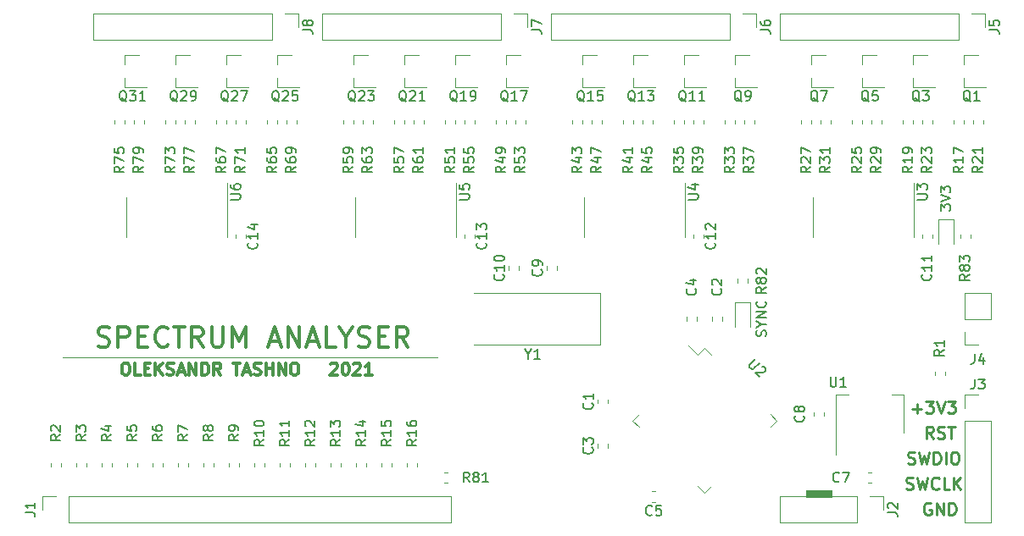
<source format=gto>
G04 #@! TF.GenerationSoftware,KiCad,Pcbnew,(5.1.6)-1*
G04 #@! TF.CreationDate,2021-02-11T21:03:36+02:00*
G04 #@! TF.ProjectId,spectrum_analyzer,73706563-7472-4756-9d5f-616e616c797a,rev?*
G04 #@! TF.SameCoordinates,Original*
G04 #@! TF.FileFunction,Legend,Top*
G04 #@! TF.FilePolarity,Positive*
%FSLAX46Y46*%
G04 Gerber Fmt 4.6, Leading zero omitted, Abs format (unit mm)*
G04 Created by KiCad (PCBNEW (5.1.6)-1) date 2021-02-11 21:03:36*
%MOMM*%
%LPD*%
G01*
G04 APERTURE LIST*
%ADD10C,0.100000*%
%ADD11C,0.250000*%
%ADD12C,0.300000*%
%ADD13C,0.120000*%
%ADD14C,0.150000*%
G04 APERTURE END LIST*
D10*
G36*
X144780000Y-113030000D02*
G01*
X142240000Y-113030000D01*
X142240000Y-112395000D01*
X144780000Y-112395000D01*
X144780000Y-113030000D01*
G37*
X144780000Y-113030000D02*
X142240000Y-113030000D01*
X142240000Y-112395000D01*
X144780000Y-112395000D01*
X144780000Y-113030000D01*
D11*
X154660714Y-113700000D02*
X154546428Y-113642857D01*
X154375000Y-113642857D01*
X154203571Y-113700000D01*
X154089285Y-113814285D01*
X154032142Y-113928571D01*
X153975000Y-114157142D01*
X153975000Y-114328571D01*
X154032142Y-114557142D01*
X154089285Y-114671428D01*
X154203571Y-114785714D01*
X154375000Y-114842857D01*
X154489285Y-114842857D01*
X154660714Y-114785714D01*
X154717857Y-114728571D01*
X154717857Y-114328571D01*
X154489285Y-114328571D01*
X155232142Y-114842857D02*
X155232142Y-113642857D01*
X155917857Y-114842857D01*
X155917857Y-113642857D01*
X156489285Y-114842857D02*
X156489285Y-113642857D01*
X156775000Y-113642857D01*
X156946428Y-113700000D01*
X157060714Y-113814285D01*
X157117857Y-113928571D01*
X157175000Y-114157142D01*
X157175000Y-114328571D01*
X157117857Y-114557142D01*
X157060714Y-114671428D01*
X156946428Y-114785714D01*
X156775000Y-114842857D01*
X156489285Y-114842857D01*
X152225714Y-112245714D02*
X152397142Y-112302857D01*
X152682857Y-112302857D01*
X152797142Y-112245714D01*
X152854285Y-112188571D01*
X152911428Y-112074285D01*
X152911428Y-111960000D01*
X152854285Y-111845714D01*
X152797142Y-111788571D01*
X152682857Y-111731428D01*
X152454285Y-111674285D01*
X152340000Y-111617142D01*
X152282857Y-111560000D01*
X152225714Y-111445714D01*
X152225714Y-111331428D01*
X152282857Y-111217142D01*
X152340000Y-111160000D01*
X152454285Y-111102857D01*
X152740000Y-111102857D01*
X152911428Y-111160000D01*
X153311428Y-111102857D02*
X153597142Y-112302857D01*
X153825714Y-111445714D01*
X154054285Y-112302857D01*
X154340000Y-111102857D01*
X155482857Y-112188571D02*
X155425714Y-112245714D01*
X155254285Y-112302857D01*
X155140000Y-112302857D01*
X154968571Y-112245714D01*
X154854285Y-112131428D01*
X154797142Y-112017142D01*
X154740000Y-111788571D01*
X154740000Y-111617142D01*
X154797142Y-111388571D01*
X154854285Y-111274285D01*
X154968571Y-111160000D01*
X155140000Y-111102857D01*
X155254285Y-111102857D01*
X155425714Y-111160000D01*
X155482857Y-111217142D01*
X156568571Y-112302857D02*
X155997142Y-112302857D01*
X155997142Y-111102857D01*
X156968571Y-112302857D02*
X156968571Y-111102857D01*
X157654285Y-112302857D02*
X157140000Y-111617142D01*
X157654285Y-111102857D02*
X156968571Y-111788571D01*
X152397142Y-109705714D02*
X152568571Y-109762857D01*
X152854285Y-109762857D01*
X152968571Y-109705714D01*
X153025714Y-109648571D01*
X153082857Y-109534285D01*
X153082857Y-109420000D01*
X153025714Y-109305714D01*
X152968571Y-109248571D01*
X152854285Y-109191428D01*
X152625714Y-109134285D01*
X152511428Y-109077142D01*
X152454285Y-109020000D01*
X152397142Y-108905714D01*
X152397142Y-108791428D01*
X152454285Y-108677142D01*
X152511428Y-108620000D01*
X152625714Y-108562857D01*
X152911428Y-108562857D01*
X153082857Y-108620000D01*
X153482857Y-108562857D02*
X153768571Y-109762857D01*
X153997142Y-108905714D01*
X154225714Y-109762857D01*
X154511428Y-108562857D01*
X154968571Y-109762857D02*
X154968571Y-108562857D01*
X155254285Y-108562857D01*
X155425714Y-108620000D01*
X155540000Y-108734285D01*
X155597142Y-108848571D01*
X155654285Y-109077142D01*
X155654285Y-109248571D01*
X155597142Y-109477142D01*
X155540000Y-109591428D01*
X155425714Y-109705714D01*
X155254285Y-109762857D01*
X154968571Y-109762857D01*
X156168571Y-109762857D02*
X156168571Y-108562857D01*
X156968571Y-108562857D02*
X157197142Y-108562857D01*
X157311428Y-108620000D01*
X157425714Y-108734285D01*
X157482857Y-108962857D01*
X157482857Y-109362857D01*
X157425714Y-109591428D01*
X157311428Y-109705714D01*
X157197142Y-109762857D01*
X156968571Y-109762857D01*
X156854285Y-109705714D01*
X156740000Y-109591428D01*
X156682857Y-109362857D01*
X156682857Y-108962857D01*
X156740000Y-108734285D01*
X156854285Y-108620000D01*
X156968571Y-108562857D01*
X154917857Y-107222857D02*
X154517857Y-106651428D01*
X154232142Y-107222857D02*
X154232142Y-106022857D01*
X154689285Y-106022857D01*
X154803571Y-106080000D01*
X154860714Y-106137142D01*
X154917857Y-106251428D01*
X154917857Y-106422857D01*
X154860714Y-106537142D01*
X154803571Y-106594285D01*
X154689285Y-106651428D01*
X154232142Y-106651428D01*
X155375000Y-107165714D02*
X155546428Y-107222857D01*
X155832142Y-107222857D01*
X155946428Y-107165714D01*
X156003571Y-107108571D01*
X156060714Y-106994285D01*
X156060714Y-106880000D01*
X156003571Y-106765714D01*
X155946428Y-106708571D01*
X155832142Y-106651428D01*
X155603571Y-106594285D01*
X155489285Y-106537142D01*
X155432142Y-106480000D01*
X155375000Y-106365714D01*
X155375000Y-106251428D01*
X155432142Y-106137142D01*
X155489285Y-106080000D01*
X155603571Y-106022857D01*
X155889285Y-106022857D01*
X156060714Y-106080000D01*
X156403571Y-106022857D02*
X157089285Y-106022857D01*
X156746428Y-107222857D02*
X156746428Y-106022857D01*
X152825714Y-104225714D02*
X153740000Y-104225714D01*
X153282857Y-104682857D02*
X153282857Y-103768571D01*
X154197142Y-103482857D02*
X154940000Y-103482857D01*
X154540000Y-103940000D01*
X154711428Y-103940000D01*
X154825714Y-103997142D01*
X154882857Y-104054285D01*
X154940000Y-104168571D01*
X154940000Y-104454285D01*
X154882857Y-104568571D01*
X154825714Y-104625714D01*
X154711428Y-104682857D01*
X154368571Y-104682857D01*
X154254285Y-104625714D01*
X154197142Y-104568571D01*
X155282857Y-103482857D02*
X155682857Y-104682857D01*
X156082857Y-103482857D01*
X156368571Y-103482857D02*
X157111428Y-103482857D01*
X156711428Y-103940000D01*
X156882857Y-103940000D01*
X156997142Y-103997142D01*
X157054285Y-104054285D01*
X157111428Y-104168571D01*
X157111428Y-104454285D01*
X157054285Y-104568571D01*
X156997142Y-104625714D01*
X156882857Y-104682857D01*
X156540000Y-104682857D01*
X156425714Y-104625714D01*
X156368571Y-104568571D01*
D12*
X74160000Y-99672857D02*
X74388571Y-99672857D01*
X74502857Y-99730000D01*
X74617142Y-99844285D01*
X74674285Y-100072857D01*
X74674285Y-100472857D01*
X74617142Y-100701428D01*
X74502857Y-100815714D01*
X74388571Y-100872857D01*
X74160000Y-100872857D01*
X74045714Y-100815714D01*
X73931428Y-100701428D01*
X73874285Y-100472857D01*
X73874285Y-100072857D01*
X73931428Y-99844285D01*
X74045714Y-99730000D01*
X74160000Y-99672857D01*
X75760000Y-100872857D02*
X75188571Y-100872857D01*
X75188571Y-99672857D01*
X76160000Y-100244285D02*
X76560000Y-100244285D01*
X76731428Y-100872857D02*
X76160000Y-100872857D01*
X76160000Y-99672857D01*
X76731428Y-99672857D01*
X77245714Y-100872857D02*
X77245714Y-99672857D01*
X77931428Y-100872857D02*
X77417142Y-100187142D01*
X77931428Y-99672857D02*
X77245714Y-100358571D01*
X78388571Y-100815714D02*
X78560000Y-100872857D01*
X78845714Y-100872857D01*
X78960000Y-100815714D01*
X79017142Y-100758571D01*
X79074285Y-100644285D01*
X79074285Y-100530000D01*
X79017142Y-100415714D01*
X78960000Y-100358571D01*
X78845714Y-100301428D01*
X78617142Y-100244285D01*
X78502857Y-100187142D01*
X78445714Y-100130000D01*
X78388571Y-100015714D01*
X78388571Y-99901428D01*
X78445714Y-99787142D01*
X78502857Y-99730000D01*
X78617142Y-99672857D01*
X78902857Y-99672857D01*
X79074285Y-99730000D01*
X79531428Y-100530000D02*
X80102857Y-100530000D01*
X79417142Y-100872857D02*
X79817142Y-99672857D01*
X80217142Y-100872857D01*
X80617142Y-100872857D02*
X80617142Y-99672857D01*
X81302857Y-100872857D01*
X81302857Y-99672857D01*
X81874285Y-100872857D02*
X81874285Y-99672857D01*
X82160000Y-99672857D01*
X82331428Y-99730000D01*
X82445714Y-99844285D01*
X82502857Y-99958571D01*
X82560000Y-100187142D01*
X82560000Y-100358571D01*
X82502857Y-100587142D01*
X82445714Y-100701428D01*
X82331428Y-100815714D01*
X82160000Y-100872857D01*
X81874285Y-100872857D01*
X83760000Y-100872857D02*
X83360000Y-100301428D01*
X83074285Y-100872857D02*
X83074285Y-99672857D01*
X83531428Y-99672857D01*
X83645714Y-99730000D01*
X83702857Y-99787142D01*
X83760000Y-99901428D01*
X83760000Y-100072857D01*
X83702857Y-100187142D01*
X83645714Y-100244285D01*
X83531428Y-100301428D01*
X83074285Y-100301428D01*
X85017142Y-99672857D02*
X85702857Y-99672857D01*
X85360000Y-100872857D02*
X85360000Y-99672857D01*
X86045714Y-100530000D02*
X86617142Y-100530000D01*
X85931428Y-100872857D02*
X86331428Y-99672857D01*
X86731428Y-100872857D01*
X87074285Y-100815714D02*
X87245714Y-100872857D01*
X87531428Y-100872857D01*
X87645714Y-100815714D01*
X87702857Y-100758571D01*
X87760000Y-100644285D01*
X87760000Y-100530000D01*
X87702857Y-100415714D01*
X87645714Y-100358571D01*
X87531428Y-100301428D01*
X87302857Y-100244285D01*
X87188571Y-100187142D01*
X87131428Y-100130000D01*
X87074285Y-100015714D01*
X87074285Y-99901428D01*
X87131428Y-99787142D01*
X87188571Y-99730000D01*
X87302857Y-99672857D01*
X87588571Y-99672857D01*
X87760000Y-99730000D01*
X88274285Y-100872857D02*
X88274285Y-99672857D01*
X88274285Y-100244285D02*
X88960000Y-100244285D01*
X88960000Y-100872857D02*
X88960000Y-99672857D01*
X89531428Y-100872857D02*
X89531428Y-99672857D01*
X90217142Y-100872857D01*
X90217142Y-99672857D01*
X91017142Y-99672857D02*
X91245714Y-99672857D01*
X91360000Y-99730000D01*
X91474285Y-99844285D01*
X91531428Y-100072857D01*
X91531428Y-100472857D01*
X91474285Y-100701428D01*
X91360000Y-100815714D01*
X91245714Y-100872857D01*
X91017142Y-100872857D01*
X90902857Y-100815714D01*
X90788571Y-100701428D01*
X90731428Y-100472857D01*
X90731428Y-100072857D01*
X90788571Y-99844285D01*
X90902857Y-99730000D01*
X91017142Y-99672857D01*
X94731428Y-99787142D02*
X94788571Y-99730000D01*
X94902857Y-99672857D01*
X95188571Y-99672857D01*
X95302857Y-99730000D01*
X95360000Y-99787142D01*
X95417142Y-99901428D01*
X95417142Y-100015714D01*
X95360000Y-100187142D01*
X94674285Y-100872857D01*
X95417142Y-100872857D01*
X96159999Y-99672857D02*
X96274285Y-99672857D01*
X96388571Y-99730000D01*
X96445714Y-99787142D01*
X96502857Y-99901428D01*
X96559999Y-100130000D01*
X96559999Y-100415714D01*
X96502857Y-100644285D01*
X96445714Y-100758571D01*
X96388571Y-100815714D01*
X96274285Y-100872857D01*
X96159999Y-100872857D01*
X96045714Y-100815714D01*
X95988571Y-100758571D01*
X95931428Y-100644285D01*
X95874285Y-100415714D01*
X95874285Y-100130000D01*
X95931428Y-99901428D01*
X95988571Y-99787142D01*
X96045714Y-99730000D01*
X96159999Y-99672857D01*
X97017142Y-99787142D02*
X97074285Y-99730000D01*
X97188571Y-99672857D01*
X97474285Y-99672857D01*
X97588571Y-99730000D01*
X97645714Y-99787142D01*
X97702857Y-99901428D01*
X97702857Y-100015714D01*
X97645714Y-100187142D01*
X96959999Y-100872857D01*
X97702857Y-100872857D01*
X98845714Y-100872857D02*
X98159999Y-100872857D01*
X98502857Y-100872857D02*
X98502857Y-99672857D01*
X98388571Y-99844285D01*
X98274285Y-99958571D01*
X98159999Y-100015714D01*
D13*
X67945000Y-99060000D02*
X105410000Y-99060000D01*
D12*
X71518809Y-97964523D02*
X71804523Y-98059761D01*
X72280714Y-98059761D01*
X72471190Y-97964523D01*
X72566428Y-97869285D01*
X72661666Y-97678809D01*
X72661666Y-97488333D01*
X72566428Y-97297857D01*
X72471190Y-97202619D01*
X72280714Y-97107380D01*
X71899761Y-97012142D01*
X71709285Y-96916904D01*
X71614047Y-96821666D01*
X71518809Y-96631190D01*
X71518809Y-96440714D01*
X71614047Y-96250238D01*
X71709285Y-96155000D01*
X71899761Y-96059761D01*
X72375952Y-96059761D01*
X72661666Y-96155000D01*
X73518809Y-98059761D02*
X73518809Y-96059761D01*
X74280714Y-96059761D01*
X74471190Y-96155000D01*
X74566428Y-96250238D01*
X74661666Y-96440714D01*
X74661666Y-96726428D01*
X74566428Y-96916904D01*
X74471190Y-97012142D01*
X74280714Y-97107380D01*
X73518809Y-97107380D01*
X75518809Y-97012142D02*
X76185476Y-97012142D01*
X76471190Y-98059761D02*
X75518809Y-98059761D01*
X75518809Y-96059761D01*
X76471190Y-96059761D01*
X78471190Y-97869285D02*
X78375952Y-97964523D01*
X78090238Y-98059761D01*
X77899761Y-98059761D01*
X77614047Y-97964523D01*
X77423571Y-97774047D01*
X77328333Y-97583571D01*
X77233095Y-97202619D01*
X77233095Y-96916904D01*
X77328333Y-96535952D01*
X77423571Y-96345476D01*
X77614047Y-96155000D01*
X77899761Y-96059761D01*
X78090238Y-96059761D01*
X78375952Y-96155000D01*
X78471190Y-96250238D01*
X79042619Y-96059761D02*
X80185476Y-96059761D01*
X79614047Y-98059761D02*
X79614047Y-96059761D01*
X81994999Y-98059761D02*
X81328333Y-97107380D01*
X80852142Y-98059761D02*
X80852142Y-96059761D01*
X81614047Y-96059761D01*
X81804523Y-96155000D01*
X81899761Y-96250238D01*
X81994999Y-96440714D01*
X81994999Y-96726428D01*
X81899761Y-96916904D01*
X81804523Y-97012142D01*
X81614047Y-97107380D01*
X80852142Y-97107380D01*
X82852142Y-96059761D02*
X82852142Y-97678809D01*
X82947380Y-97869285D01*
X83042619Y-97964523D01*
X83233095Y-98059761D01*
X83614047Y-98059761D01*
X83804523Y-97964523D01*
X83899761Y-97869285D01*
X83994999Y-97678809D01*
X83994999Y-96059761D01*
X84947380Y-98059761D02*
X84947380Y-96059761D01*
X85614047Y-97488333D01*
X86280714Y-96059761D01*
X86280714Y-98059761D01*
X88661666Y-97488333D02*
X89614047Y-97488333D01*
X88471190Y-98059761D02*
X89137857Y-96059761D01*
X89804523Y-98059761D01*
X90471190Y-98059761D02*
X90471190Y-96059761D01*
X91614047Y-98059761D01*
X91614047Y-96059761D01*
X92471190Y-97488333D02*
X93423571Y-97488333D01*
X92280714Y-98059761D02*
X92947380Y-96059761D01*
X93614047Y-98059761D01*
X95233095Y-98059761D02*
X94280714Y-98059761D01*
X94280714Y-96059761D01*
X96280714Y-97107380D02*
X96280714Y-98059761D01*
X95614047Y-96059761D02*
X96280714Y-97107380D01*
X96947380Y-96059761D01*
X97518809Y-97964523D02*
X97804523Y-98059761D01*
X98280714Y-98059761D01*
X98471190Y-97964523D01*
X98566428Y-97869285D01*
X98661666Y-97678809D01*
X98661666Y-97488333D01*
X98566428Y-97297857D01*
X98471190Y-97202619D01*
X98280714Y-97107380D01*
X97899761Y-97012142D01*
X97709285Y-96916904D01*
X97614047Y-96821666D01*
X97518809Y-96631190D01*
X97518809Y-96440714D01*
X97614047Y-96250238D01*
X97709285Y-96155000D01*
X97899761Y-96059761D01*
X98375952Y-96059761D01*
X98661666Y-96155000D01*
X99518809Y-97012142D02*
X100185476Y-97012142D01*
X100471190Y-98059761D02*
X99518809Y-98059761D01*
X99518809Y-96059761D01*
X100471190Y-96059761D01*
X102471190Y-98059761D02*
X101804523Y-97107380D01*
X101328333Y-98059761D02*
X101328333Y-96059761D01*
X102090238Y-96059761D01*
X102280714Y-96155000D01*
X102375952Y-96250238D01*
X102471190Y-96440714D01*
X102471190Y-96726428D01*
X102375952Y-96916904D01*
X102280714Y-97012142D01*
X102090238Y-97107380D01*
X101328333Y-97107380D01*
D13*
X158625000Y-86823733D02*
X158625000Y-87166267D01*
X157605000Y-86823733D02*
X157605000Y-87166267D01*
X156945000Y-87795000D02*
X156945000Y-85335000D01*
X156945000Y-85335000D02*
X155475000Y-85335000D01*
X155475000Y-85335000D02*
X155475000Y-87795000D01*
X135380000Y-91611267D02*
X135380000Y-91268733D01*
X136400000Y-91611267D02*
X136400000Y-91268733D01*
X136625000Y-96050000D02*
X136625000Y-93590000D01*
X136625000Y-93590000D02*
X135155000Y-93590000D01*
X135155000Y-93590000D02*
X135155000Y-96050000D01*
X106456267Y-111635000D02*
X106113733Y-111635000D01*
X106456267Y-110615000D02*
X106113733Y-110615000D01*
X68580000Y-115630000D02*
X68580000Y-112970000D01*
X68580000Y-115630000D02*
X106740000Y-115630000D01*
X106740000Y-115630000D02*
X106740000Y-112970000D01*
X68580000Y-112970000D02*
X106740000Y-112970000D01*
X65980000Y-112970000D02*
X67310000Y-112970000D01*
X65980000Y-114300000D02*
X65980000Y-112970000D01*
X148761267Y-110615000D02*
X148418733Y-110615000D01*
X148761267Y-111635000D02*
X148418733Y-111635000D01*
X121635000Y-92700000D02*
X109035000Y-92700000D01*
X121635000Y-97800000D02*
X121635000Y-92700000D01*
X109035000Y-97800000D02*
X121635000Y-97800000D01*
X159385000Y-97850000D02*
X158055000Y-97850000D01*
X158055000Y-97850000D02*
X158055000Y-96520000D01*
X158055000Y-95250000D02*
X158055000Y-92650000D01*
X160715000Y-92650000D02*
X158055000Y-92650000D01*
X160715000Y-95250000D02*
X160715000Y-92650000D01*
X160715000Y-95250000D02*
X158055000Y-95250000D01*
X131408249Y-98855120D02*
X130460725Y-97907597D01*
X132080000Y-98183369D02*
X131408249Y-98855120D01*
X132751751Y-98855120D02*
X132080000Y-98183369D01*
X139306631Y-105410000D02*
X138634880Y-106081751D01*
X138634880Y-104738249D02*
X139306631Y-105410000D01*
X124853369Y-105410000D02*
X125525120Y-104738249D01*
X125525120Y-106081751D02*
X124853369Y-105410000D01*
X132080000Y-112636631D02*
X132751751Y-111964880D01*
X131408249Y-111964880D02*
X132080000Y-112636631D01*
X94740000Y-109683734D02*
X94740000Y-110026268D01*
X95760000Y-109683734D02*
X95760000Y-110026268D01*
X102360000Y-109683733D02*
X102360000Y-110026267D01*
X103380000Y-109683733D02*
X103380000Y-110026267D01*
X99820000Y-109683733D02*
X99820000Y-110026267D01*
X100840000Y-109683733D02*
X100840000Y-110026267D01*
X97280000Y-109683734D02*
X97280000Y-110026268D01*
X98300000Y-109683734D02*
X98300000Y-110026268D01*
X92200000Y-109683734D02*
X92200000Y-110026268D01*
X93220000Y-109683734D02*
X93220000Y-110026268D01*
X89660000Y-109683733D02*
X89660000Y-110026267D01*
X90680000Y-109683733D02*
X90680000Y-110026267D01*
X84580000Y-109683734D02*
X84580000Y-110026268D01*
X85600000Y-109683734D02*
X85600000Y-110026268D01*
X76960000Y-109683733D02*
X76960000Y-110026267D01*
X77980000Y-109683733D02*
X77980000Y-110026267D01*
X71880000Y-109683734D02*
X71880000Y-110026268D01*
X72900000Y-109683734D02*
X72900000Y-110026268D01*
X67820000Y-109683733D02*
X67820000Y-110026267D01*
X66800000Y-109683733D02*
X66800000Y-110026267D01*
X79500000Y-109683733D02*
X79500000Y-110026267D01*
X80520000Y-109683733D02*
X80520000Y-110026267D01*
X82040000Y-109683734D02*
X82040000Y-110026268D01*
X83060000Y-109683734D02*
X83060000Y-110026268D01*
X87119999Y-109683734D02*
X87119999Y-110026268D01*
X88139999Y-109683734D02*
X88139999Y-110026268D01*
X74420000Y-109683734D02*
X74420000Y-110026268D01*
X75440000Y-109683734D02*
X75440000Y-110026268D01*
X69340000Y-109683734D02*
X69340000Y-110026268D01*
X70360000Y-109683734D02*
X70360000Y-110026268D01*
X74170000Y-75736267D02*
X74170000Y-75393733D01*
X73150000Y-75736267D02*
X73150000Y-75393733D01*
X75055000Y-75393733D02*
X75055000Y-75736267D01*
X76075000Y-75393733D02*
X76075000Y-75736267D01*
X80135000Y-75393733D02*
X80135000Y-75736267D01*
X81155000Y-75393733D02*
X81155000Y-75736267D01*
X79250000Y-75736267D02*
X79250000Y-75393733D01*
X78230000Y-75736267D02*
X78230000Y-75393733D01*
X86235000Y-75393733D02*
X86235000Y-75736267D01*
X85215000Y-75393733D02*
X85215000Y-75736267D01*
X89410000Y-75736267D02*
X89410000Y-75393733D01*
X88390000Y-75736267D02*
X88390000Y-75393733D01*
X90295000Y-75393733D02*
X90295000Y-75736267D01*
X91315000Y-75393733D02*
X91315000Y-75736267D01*
X83310000Y-75736267D02*
X83310000Y-75393733D01*
X84330000Y-75736267D02*
X84330000Y-75393733D01*
X97030000Y-75736267D02*
X97030000Y-75393733D01*
X96010000Y-75736267D02*
X96010000Y-75393733D01*
X97915000Y-75393733D02*
X97915000Y-75736267D01*
X98935000Y-75393733D02*
X98935000Y-75736267D01*
X102995000Y-75393733D02*
X102995000Y-75736267D01*
X104015000Y-75393733D02*
X104015000Y-75736267D01*
X102110000Y-75736267D02*
X102110000Y-75393733D01*
X101090000Y-75736267D02*
X101090000Y-75393733D01*
X109095000Y-75393733D02*
X109095000Y-75736267D01*
X108075000Y-75393733D02*
X108075000Y-75736267D01*
X112270000Y-75736267D02*
X112270000Y-75393733D01*
X111250000Y-75736267D02*
X111250000Y-75393733D01*
X113155000Y-75393733D02*
X113155000Y-75736267D01*
X114175000Y-75393733D02*
X114175000Y-75736267D01*
X106170000Y-75736267D02*
X106170000Y-75393733D01*
X107190000Y-75736267D02*
X107190000Y-75393733D01*
X119890000Y-75736267D02*
X119890000Y-75393733D01*
X118870000Y-75736267D02*
X118870000Y-75393733D01*
X120775000Y-75393733D02*
X120775000Y-75736267D01*
X121795000Y-75393733D02*
X121795000Y-75736267D01*
X125855000Y-75393733D02*
X125855000Y-75736267D01*
X126875000Y-75393733D02*
X126875000Y-75736267D01*
X124970000Y-75736267D02*
X124970000Y-75393733D01*
X123950000Y-75736267D02*
X123950000Y-75393733D01*
X131955000Y-75393733D02*
X131955000Y-75736267D01*
X130935000Y-75393733D02*
X130935000Y-75736267D01*
X135130000Y-75736267D02*
X135130000Y-75393733D01*
X134110000Y-75736267D02*
X134110000Y-75393733D01*
X136015000Y-75393733D02*
X136015000Y-75736267D01*
X137035000Y-75393733D02*
X137035000Y-75736267D01*
X129030000Y-75736267D02*
X129030000Y-75393733D01*
X130050000Y-75736267D02*
X130050000Y-75393733D01*
X84435000Y-85090000D02*
X84435000Y-81640000D01*
X84435000Y-85090000D02*
X84435000Y-87040000D01*
X74315000Y-85090000D02*
X74315000Y-83140000D01*
X74315000Y-85090000D02*
X74315000Y-87040000D01*
X74170000Y-68905000D02*
X75630000Y-68905000D01*
X74170000Y-72065000D02*
X76330000Y-72065000D01*
X74170000Y-72065000D02*
X74170000Y-71135000D01*
X74170000Y-68905000D02*
X74170000Y-69835000D01*
X79250000Y-68905000D02*
X80710000Y-68905000D01*
X79250000Y-72065000D02*
X81410000Y-72065000D01*
X79250000Y-72065000D02*
X79250000Y-71135000D01*
X79250000Y-68905000D02*
X79250000Y-69835000D01*
X84330000Y-68905000D02*
X85790000Y-68905000D01*
X84330000Y-72065000D02*
X86490000Y-72065000D01*
X84330000Y-72065000D02*
X84330000Y-71135000D01*
X84330000Y-68905000D02*
X84330000Y-69835000D01*
X89410000Y-68905000D02*
X90870000Y-68905000D01*
X89410000Y-72065000D02*
X91570000Y-72065000D01*
X89410000Y-72065000D02*
X89410000Y-71135000D01*
X89410000Y-68905000D02*
X89410000Y-69835000D01*
X91500000Y-64710000D02*
X91500000Y-66040000D01*
X90170000Y-64710000D02*
X91500000Y-64710000D01*
X88900000Y-64710000D02*
X88900000Y-67370000D01*
X88900000Y-67370000D02*
X71060000Y-67370000D01*
X88900000Y-64710000D02*
X71060000Y-64710000D01*
X71060000Y-64710000D02*
X71060000Y-67370000D01*
X86235000Y-87166267D02*
X86235000Y-86823733D01*
X85215000Y-87166267D02*
X85215000Y-86823733D01*
X107295000Y-85090000D02*
X107295000Y-81640000D01*
X107295000Y-85090000D02*
X107295000Y-87040000D01*
X97175000Y-85090000D02*
X97175000Y-83140000D01*
X97175000Y-85090000D02*
X97175000Y-87040000D01*
X97030000Y-68905000D02*
X98490000Y-68905000D01*
X97030000Y-72065000D02*
X99190000Y-72065000D01*
X97030000Y-72065000D02*
X97030000Y-71135000D01*
X97030000Y-68905000D02*
X97030000Y-69835000D01*
X102110000Y-68905000D02*
X103570000Y-68905000D01*
X102110000Y-72065000D02*
X104270000Y-72065000D01*
X102110000Y-72065000D02*
X102110000Y-71135000D01*
X102110000Y-68905000D02*
X102110000Y-69835000D01*
X107190000Y-68905000D02*
X108650000Y-68905000D01*
X107190000Y-72065000D02*
X109350000Y-72065000D01*
X107190000Y-72065000D02*
X107190000Y-71135000D01*
X107190000Y-68905000D02*
X107190000Y-69835000D01*
X112270000Y-68905000D02*
X113730000Y-68905000D01*
X112270000Y-72065000D02*
X114430000Y-72065000D01*
X112270000Y-72065000D02*
X112270000Y-71135000D01*
X112270000Y-68905000D02*
X112270000Y-69835000D01*
X114360000Y-64710000D02*
X114360000Y-66040000D01*
X113030000Y-64710000D02*
X114360000Y-64710000D01*
X111760000Y-64710000D02*
X111760000Y-67370000D01*
X111760000Y-67370000D02*
X93920000Y-67370000D01*
X111760000Y-64710000D02*
X93920000Y-64710000D01*
X93920000Y-64710000D02*
X93920000Y-67370000D01*
X109095000Y-87166267D02*
X109095000Y-86823733D01*
X108075000Y-87166267D02*
X108075000Y-86823733D01*
X130155000Y-85090000D02*
X130155000Y-81640000D01*
X130155000Y-85090000D02*
X130155000Y-87040000D01*
X120035000Y-85090000D02*
X120035000Y-83140000D01*
X120035000Y-85090000D02*
X120035000Y-87040000D01*
X119890000Y-68905000D02*
X121350000Y-68905000D01*
X119890000Y-72065000D02*
X122050000Y-72065000D01*
X119890000Y-72065000D02*
X119890000Y-71135000D01*
X119890000Y-68905000D02*
X119890000Y-69835000D01*
X124970000Y-68905000D02*
X126430000Y-68905000D01*
X124970000Y-72065000D02*
X127130000Y-72065000D01*
X124970000Y-72065000D02*
X124970000Y-71135000D01*
X124970000Y-68905000D02*
X124970000Y-69835000D01*
X130050000Y-68905000D02*
X131510000Y-68905000D01*
X130050000Y-72065000D02*
X132210000Y-72065000D01*
X130050000Y-72065000D02*
X130050000Y-71135000D01*
X130050000Y-68905000D02*
X130050000Y-69835000D01*
X135130000Y-68905000D02*
X136590000Y-68905000D01*
X135130000Y-72065000D02*
X137290000Y-72065000D01*
X135130000Y-72065000D02*
X135130000Y-71135000D01*
X135130000Y-68905000D02*
X135130000Y-69835000D01*
X137220000Y-64710000D02*
X137220000Y-66040000D01*
X135890000Y-64710000D02*
X137220000Y-64710000D01*
X134620000Y-64710000D02*
X134620000Y-67370000D01*
X134620000Y-67370000D02*
X116780000Y-67370000D01*
X134620000Y-64710000D02*
X116780000Y-64710000D01*
X116780000Y-64710000D02*
X116780000Y-67370000D01*
X131955000Y-87166267D02*
X131955000Y-86823733D01*
X130935000Y-87166267D02*
X130935000Y-86823733D01*
X157990000Y-68905000D02*
X159450000Y-68905000D01*
X157990000Y-72065000D02*
X160150000Y-72065000D01*
X157990000Y-72065000D02*
X157990000Y-71135000D01*
X157990000Y-68905000D02*
X157990000Y-69835000D01*
X152910000Y-68905000D02*
X154370000Y-68905000D01*
X152910000Y-72065000D02*
X155070000Y-72065000D01*
X152910000Y-72065000D02*
X152910000Y-71135000D01*
X152910000Y-68905000D02*
X152910000Y-69835000D01*
X147830000Y-68905000D02*
X149290000Y-68905000D01*
X147830000Y-72065000D02*
X149990000Y-72065000D01*
X147830000Y-72065000D02*
X147830000Y-71135000D01*
X147830000Y-68905000D02*
X147830000Y-69835000D01*
X142750000Y-68905000D02*
X144210000Y-68905000D01*
X142750000Y-72065000D02*
X144910000Y-72065000D01*
X142750000Y-72065000D02*
X142750000Y-71135000D01*
X142750000Y-68905000D02*
X142750000Y-69835000D01*
X153015000Y-85090000D02*
X153015000Y-81640000D01*
X153015000Y-85090000D02*
X153015000Y-87040000D01*
X142895000Y-85090000D02*
X142895000Y-83140000D01*
X142895000Y-85090000D02*
X142895000Y-87040000D01*
X145180000Y-108875000D02*
X145180000Y-102865000D01*
X152000000Y-106625000D02*
X152000000Y-102865000D01*
X145180000Y-102865000D02*
X146440000Y-102865000D01*
X152000000Y-102865000D02*
X150740000Y-102865000D01*
X143635000Y-75393733D02*
X143635000Y-75736267D01*
X144655000Y-75393733D02*
X144655000Y-75736267D01*
X148715000Y-75393733D02*
X148715000Y-75736267D01*
X149735000Y-75393733D02*
X149735000Y-75736267D01*
X142750000Y-75736267D02*
X142750000Y-75393733D01*
X141730000Y-75736267D02*
X141730000Y-75393733D01*
X147830000Y-75736267D02*
X147830000Y-75393733D01*
X146810000Y-75736267D02*
X146810000Y-75393733D01*
X154815000Y-75393733D02*
X154815000Y-75736267D01*
X153795000Y-75393733D02*
X153795000Y-75736267D01*
X158875000Y-75393733D02*
X158875000Y-75736267D01*
X159895000Y-75393733D02*
X159895000Y-75736267D01*
X151890000Y-75736267D02*
X151890000Y-75393733D01*
X152910000Y-75736267D02*
X152910000Y-75393733D01*
X157990000Y-75736267D02*
X157990000Y-75393733D01*
X156970000Y-75736267D02*
X156970000Y-75393733D01*
X155065000Y-100553733D02*
X155065000Y-100896267D01*
X156085000Y-100553733D02*
X156085000Y-100896267D01*
X160080000Y-64710000D02*
X160080000Y-66040000D01*
X158750000Y-64710000D02*
X160080000Y-64710000D01*
X157480000Y-64710000D02*
X157480000Y-67370000D01*
X157480000Y-67370000D02*
X139640000Y-67370000D01*
X157480000Y-64710000D02*
X139640000Y-64710000D01*
X139640000Y-64710000D02*
X139640000Y-67370000D01*
X158055000Y-102810000D02*
X159385000Y-102810000D01*
X158055000Y-104140000D02*
X158055000Y-102810000D01*
X158055000Y-105410000D02*
X160715000Y-105410000D01*
X160715000Y-105410000D02*
X160715000Y-115630000D01*
X158055000Y-105410000D02*
X158055000Y-115630000D01*
X158055000Y-115630000D02*
X160715000Y-115630000D01*
X149920000Y-112970000D02*
X149920000Y-114300000D01*
X148590000Y-112970000D02*
X149920000Y-112970000D01*
X147320000Y-112970000D02*
X147320000Y-115630000D01*
X147320000Y-115630000D02*
X139640000Y-115630000D01*
X147320000Y-112970000D02*
X139640000Y-112970000D01*
X139640000Y-112970000D02*
X139640000Y-115630000D01*
X154815000Y-87166267D02*
X154815000Y-86823733D01*
X153795000Y-87166267D02*
X153795000Y-86823733D01*
X113540000Y-90341267D02*
X113540000Y-89998733D01*
X112520000Y-90341267D02*
X112520000Y-89998733D01*
X117350000Y-90341267D02*
X117350000Y-89998733D01*
X116330000Y-90341267D02*
X116330000Y-89998733D01*
X143000000Y-104603733D02*
X143000000Y-104946267D01*
X144020000Y-104603733D02*
X144020000Y-104946267D01*
X127171267Y-112520000D02*
X126828733Y-112520000D01*
X127171267Y-113540000D02*
X126828733Y-113540000D01*
X131320000Y-95421267D02*
X131320000Y-95078733D01*
X130300000Y-95421267D02*
X130300000Y-95078733D01*
X122430000Y-108121267D02*
X122430000Y-107778733D01*
X121410000Y-108121267D02*
X121410000Y-107778733D01*
X133860000Y-95421267D02*
X133860000Y-95078733D01*
X132840000Y-95421267D02*
X132840000Y-95078733D01*
X122430000Y-103676267D02*
X122430000Y-103333733D01*
X121410000Y-103676267D02*
X121410000Y-103333733D01*
D14*
X158567380Y-90812857D02*
X158091190Y-91146190D01*
X158567380Y-91384285D02*
X157567380Y-91384285D01*
X157567380Y-91003333D01*
X157615000Y-90908095D01*
X157662619Y-90860476D01*
X157757857Y-90812857D01*
X157900714Y-90812857D01*
X157995952Y-90860476D01*
X158043571Y-90908095D01*
X158091190Y-91003333D01*
X158091190Y-91384285D01*
X157995952Y-90241428D02*
X157948333Y-90336666D01*
X157900714Y-90384285D01*
X157805476Y-90431904D01*
X157757857Y-90431904D01*
X157662619Y-90384285D01*
X157615000Y-90336666D01*
X157567380Y-90241428D01*
X157567380Y-90050952D01*
X157615000Y-89955714D01*
X157662619Y-89908095D01*
X157757857Y-89860476D01*
X157805476Y-89860476D01*
X157900714Y-89908095D01*
X157948333Y-89955714D01*
X157995952Y-90050952D01*
X157995952Y-90241428D01*
X158043571Y-90336666D01*
X158091190Y-90384285D01*
X158186428Y-90431904D01*
X158376904Y-90431904D01*
X158472142Y-90384285D01*
X158519761Y-90336666D01*
X158567380Y-90241428D01*
X158567380Y-90050952D01*
X158519761Y-89955714D01*
X158472142Y-89908095D01*
X158376904Y-89860476D01*
X158186428Y-89860476D01*
X158091190Y-89908095D01*
X158043571Y-89955714D01*
X157995952Y-90050952D01*
X157567380Y-89527142D02*
X157567380Y-88908095D01*
X157948333Y-89241428D01*
X157948333Y-89098571D01*
X157995952Y-89003333D01*
X158043571Y-88955714D01*
X158138809Y-88908095D01*
X158376904Y-88908095D01*
X158472142Y-88955714D01*
X158519761Y-89003333D01*
X158567380Y-89098571D01*
X158567380Y-89384285D01*
X158519761Y-89479523D01*
X158472142Y-89527142D01*
X155662380Y-84423095D02*
X155662380Y-83804047D01*
X156043333Y-84137380D01*
X156043333Y-83994523D01*
X156090952Y-83899285D01*
X156138571Y-83851666D01*
X156233809Y-83804047D01*
X156471904Y-83804047D01*
X156567142Y-83851666D01*
X156614761Y-83899285D01*
X156662380Y-83994523D01*
X156662380Y-84280238D01*
X156614761Y-84375476D01*
X156567142Y-84423095D01*
X155662380Y-83518333D02*
X156662380Y-83185000D01*
X155662380Y-82851666D01*
X155662380Y-82613571D02*
X155662380Y-81994523D01*
X156043333Y-82327857D01*
X156043333Y-82185000D01*
X156090952Y-82089761D01*
X156138571Y-82042142D01*
X156233809Y-81994523D01*
X156471904Y-81994523D01*
X156567142Y-82042142D01*
X156614761Y-82089761D01*
X156662380Y-82185000D01*
X156662380Y-82470714D01*
X156614761Y-82565952D01*
X156567142Y-82613571D01*
X138247380Y-92082857D02*
X137771190Y-92416190D01*
X138247380Y-92654285D02*
X137247380Y-92654285D01*
X137247380Y-92273333D01*
X137295000Y-92178095D01*
X137342619Y-92130476D01*
X137437857Y-92082857D01*
X137580714Y-92082857D01*
X137675952Y-92130476D01*
X137723571Y-92178095D01*
X137771190Y-92273333D01*
X137771190Y-92654285D01*
X137675952Y-91511428D02*
X137628333Y-91606666D01*
X137580714Y-91654285D01*
X137485476Y-91701904D01*
X137437857Y-91701904D01*
X137342619Y-91654285D01*
X137295000Y-91606666D01*
X137247380Y-91511428D01*
X137247380Y-91320952D01*
X137295000Y-91225714D01*
X137342619Y-91178095D01*
X137437857Y-91130476D01*
X137485476Y-91130476D01*
X137580714Y-91178095D01*
X137628333Y-91225714D01*
X137675952Y-91320952D01*
X137675952Y-91511428D01*
X137723571Y-91606666D01*
X137771190Y-91654285D01*
X137866428Y-91701904D01*
X138056904Y-91701904D01*
X138152142Y-91654285D01*
X138199761Y-91606666D01*
X138247380Y-91511428D01*
X138247380Y-91320952D01*
X138199761Y-91225714D01*
X138152142Y-91178095D01*
X138056904Y-91130476D01*
X137866428Y-91130476D01*
X137771190Y-91178095D01*
X137723571Y-91225714D01*
X137675952Y-91320952D01*
X137342619Y-90749523D02*
X137295000Y-90701904D01*
X137247380Y-90606666D01*
X137247380Y-90368571D01*
X137295000Y-90273333D01*
X137342619Y-90225714D01*
X137437857Y-90178095D01*
X137533095Y-90178095D01*
X137675952Y-90225714D01*
X138247380Y-90797142D01*
X138247380Y-90178095D01*
X138199761Y-96988095D02*
X138247380Y-96845238D01*
X138247380Y-96607142D01*
X138199761Y-96511904D01*
X138152142Y-96464285D01*
X138056904Y-96416666D01*
X137961666Y-96416666D01*
X137866428Y-96464285D01*
X137818809Y-96511904D01*
X137771190Y-96607142D01*
X137723571Y-96797619D01*
X137675952Y-96892857D01*
X137628333Y-96940476D01*
X137533095Y-96988095D01*
X137437857Y-96988095D01*
X137342619Y-96940476D01*
X137295000Y-96892857D01*
X137247380Y-96797619D01*
X137247380Y-96559523D01*
X137295000Y-96416666D01*
X137771190Y-95797619D02*
X138247380Y-95797619D01*
X137247380Y-96130952D02*
X137771190Y-95797619D01*
X137247380Y-95464285D01*
X138247380Y-95130952D02*
X137247380Y-95130952D01*
X138247380Y-94559523D01*
X137247380Y-94559523D01*
X138152142Y-93511904D02*
X138199761Y-93559523D01*
X138247380Y-93702380D01*
X138247380Y-93797619D01*
X138199761Y-93940476D01*
X138104523Y-94035714D01*
X138009285Y-94083333D01*
X137818809Y-94130952D01*
X137675952Y-94130952D01*
X137485476Y-94083333D01*
X137390238Y-94035714D01*
X137295000Y-93940476D01*
X137247380Y-93797619D01*
X137247380Y-93702380D01*
X137295000Y-93559523D01*
X137342619Y-93511904D01*
X108577142Y-111577380D02*
X108243809Y-111101190D01*
X108005714Y-111577380D02*
X108005714Y-110577380D01*
X108386666Y-110577380D01*
X108481904Y-110625000D01*
X108529523Y-110672619D01*
X108577142Y-110767857D01*
X108577142Y-110910714D01*
X108529523Y-111005952D01*
X108481904Y-111053571D01*
X108386666Y-111101190D01*
X108005714Y-111101190D01*
X109148571Y-111005952D02*
X109053333Y-110958333D01*
X109005714Y-110910714D01*
X108958095Y-110815476D01*
X108958095Y-110767857D01*
X109005714Y-110672619D01*
X109053333Y-110625000D01*
X109148571Y-110577380D01*
X109339047Y-110577380D01*
X109434285Y-110625000D01*
X109481904Y-110672619D01*
X109529523Y-110767857D01*
X109529523Y-110815476D01*
X109481904Y-110910714D01*
X109434285Y-110958333D01*
X109339047Y-111005952D01*
X109148571Y-111005952D01*
X109053333Y-111053571D01*
X109005714Y-111101190D01*
X108958095Y-111196428D01*
X108958095Y-111386904D01*
X109005714Y-111482142D01*
X109053333Y-111529761D01*
X109148571Y-111577380D01*
X109339047Y-111577380D01*
X109434285Y-111529761D01*
X109481904Y-111482142D01*
X109529523Y-111386904D01*
X109529523Y-111196428D01*
X109481904Y-111101190D01*
X109434285Y-111053571D01*
X109339047Y-111005952D01*
X110481904Y-111577380D02*
X109910476Y-111577380D01*
X110196190Y-111577380D02*
X110196190Y-110577380D01*
X110100952Y-110720238D01*
X110005714Y-110815476D01*
X109910476Y-110863095D01*
X64222380Y-114633333D02*
X64936666Y-114633333D01*
X65079523Y-114680952D01*
X65174761Y-114776190D01*
X65222380Y-114919047D01*
X65222380Y-115014285D01*
X65222380Y-113633333D02*
X65222380Y-114204761D01*
X65222380Y-113919047D02*
X64222380Y-113919047D01*
X64365238Y-114014285D01*
X64460476Y-114109523D01*
X64508095Y-114204761D01*
X145533333Y-111482142D02*
X145485714Y-111529761D01*
X145342857Y-111577380D01*
X145247619Y-111577380D01*
X145104761Y-111529761D01*
X145009523Y-111434523D01*
X144961904Y-111339285D01*
X144914285Y-111148809D01*
X144914285Y-111005952D01*
X144961904Y-110815476D01*
X145009523Y-110720238D01*
X145104761Y-110625000D01*
X145247619Y-110577380D01*
X145342857Y-110577380D01*
X145485714Y-110625000D01*
X145533333Y-110672619D01*
X145866666Y-110577380D02*
X146533333Y-110577380D01*
X146104761Y-111577380D01*
X114458809Y-98776190D02*
X114458809Y-99252380D01*
X114125476Y-98252380D02*
X114458809Y-98776190D01*
X114792142Y-98252380D01*
X115649285Y-99252380D02*
X115077857Y-99252380D01*
X115363571Y-99252380D02*
X115363571Y-98252380D01*
X115268333Y-98395238D01*
X115173095Y-98490476D01*
X115077857Y-98538095D01*
X159051666Y-98742380D02*
X159051666Y-99456666D01*
X159004047Y-99599523D01*
X158908809Y-99694761D01*
X158765952Y-99742380D01*
X158670714Y-99742380D01*
X159956428Y-99075714D02*
X159956428Y-99742380D01*
X159718333Y-98694761D02*
X159480238Y-99409047D01*
X160099285Y-99409047D01*
X137161067Y-99251436D02*
X136588647Y-99823856D01*
X136554975Y-99924871D01*
X136554975Y-99992215D01*
X136588647Y-100093230D01*
X136723334Y-100227917D01*
X136824349Y-100261589D01*
X136891693Y-100261589D01*
X136992708Y-100227917D01*
X137565128Y-99655497D01*
X137800830Y-100025887D02*
X137868173Y-100025887D01*
X137969189Y-100059558D01*
X138137547Y-100227917D01*
X138171219Y-100328932D01*
X138171219Y-100396276D01*
X138137547Y-100497291D01*
X138070204Y-100564635D01*
X137935517Y-100631978D01*
X137127395Y-100631978D01*
X137565128Y-101069711D01*
X95702380Y-107322857D02*
X95226190Y-107656190D01*
X95702380Y-107894285D02*
X94702380Y-107894285D01*
X94702380Y-107513333D01*
X94750000Y-107418095D01*
X94797619Y-107370476D01*
X94892857Y-107322857D01*
X95035714Y-107322857D01*
X95130952Y-107370476D01*
X95178571Y-107418095D01*
X95226190Y-107513333D01*
X95226190Y-107894285D01*
X95702380Y-106370476D02*
X95702380Y-106941904D01*
X95702380Y-106656190D02*
X94702380Y-106656190D01*
X94845238Y-106751428D01*
X94940476Y-106846666D01*
X94988095Y-106941904D01*
X94702380Y-106037142D02*
X94702380Y-105418095D01*
X95083333Y-105751428D01*
X95083333Y-105608571D01*
X95130952Y-105513333D01*
X95178571Y-105465714D01*
X95273809Y-105418095D01*
X95511904Y-105418095D01*
X95607142Y-105465714D01*
X95654761Y-105513333D01*
X95702380Y-105608571D01*
X95702380Y-105894285D01*
X95654761Y-105989523D01*
X95607142Y-106037142D01*
X103322380Y-107322857D02*
X102846190Y-107656190D01*
X103322380Y-107894285D02*
X102322380Y-107894285D01*
X102322380Y-107513333D01*
X102370000Y-107418095D01*
X102417619Y-107370476D01*
X102512857Y-107322857D01*
X102655714Y-107322857D01*
X102750952Y-107370476D01*
X102798571Y-107418095D01*
X102846190Y-107513333D01*
X102846190Y-107894285D01*
X103322380Y-106370476D02*
X103322380Y-106941904D01*
X103322380Y-106656190D02*
X102322380Y-106656190D01*
X102465238Y-106751428D01*
X102560476Y-106846666D01*
X102608095Y-106941904D01*
X102322380Y-105513333D02*
X102322380Y-105703809D01*
X102370000Y-105799047D01*
X102417619Y-105846666D01*
X102560476Y-105941904D01*
X102750952Y-105989523D01*
X103131904Y-105989523D01*
X103227142Y-105941904D01*
X103274761Y-105894285D01*
X103322380Y-105799047D01*
X103322380Y-105608571D01*
X103274761Y-105513333D01*
X103227142Y-105465714D01*
X103131904Y-105418095D01*
X102893809Y-105418095D01*
X102798571Y-105465714D01*
X102750952Y-105513333D01*
X102703333Y-105608571D01*
X102703333Y-105799047D01*
X102750952Y-105894285D01*
X102798571Y-105941904D01*
X102893809Y-105989523D01*
X100782380Y-107322857D02*
X100306190Y-107656190D01*
X100782380Y-107894285D02*
X99782380Y-107894285D01*
X99782380Y-107513333D01*
X99830000Y-107418095D01*
X99877619Y-107370476D01*
X99972857Y-107322857D01*
X100115714Y-107322857D01*
X100210952Y-107370476D01*
X100258571Y-107418095D01*
X100306190Y-107513333D01*
X100306190Y-107894285D01*
X100782380Y-106370476D02*
X100782380Y-106941904D01*
X100782380Y-106656190D02*
X99782380Y-106656190D01*
X99925238Y-106751428D01*
X100020476Y-106846666D01*
X100068095Y-106941904D01*
X99782380Y-105465714D02*
X99782380Y-105941904D01*
X100258571Y-105989523D01*
X100210952Y-105941904D01*
X100163333Y-105846666D01*
X100163333Y-105608571D01*
X100210952Y-105513333D01*
X100258571Y-105465714D01*
X100353809Y-105418095D01*
X100591904Y-105418095D01*
X100687142Y-105465714D01*
X100734761Y-105513333D01*
X100782380Y-105608571D01*
X100782380Y-105846666D01*
X100734761Y-105941904D01*
X100687142Y-105989523D01*
X98242380Y-107322857D02*
X97766190Y-107656190D01*
X98242380Y-107894285D02*
X97242380Y-107894285D01*
X97242380Y-107513333D01*
X97290000Y-107418095D01*
X97337619Y-107370476D01*
X97432857Y-107322857D01*
X97575714Y-107322857D01*
X97670952Y-107370476D01*
X97718571Y-107418095D01*
X97766190Y-107513333D01*
X97766190Y-107894285D01*
X98242380Y-106370476D02*
X98242380Y-106941904D01*
X98242380Y-106656190D02*
X97242380Y-106656190D01*
X97385238Y-106751428D01*
X97480476Y-106846666D01*
X97528095Y-106941904D01*
X97575714Y-105513333D02*
X98242380Y-105513333D01*
X97194761Y-105751428D02*
X97909047Y-105989523D01*
X97909047Y-105370476D01*
X93162380Y-107322857D02*
X92686190Y-107656190D01*
X93162380Y-107894285D02*
X92162380Y-107894285D01*
X92162380Y-107513333D01*
X92210000Y-107418095D01*
X92257619Y-107370476D01*
X92352857Y-107322857D01*
X92495714Y-107322857D01*
X92590952Y-107370476D01*
X92638571Y-107418095D01*
X92686190Y-107513333D01*
X92686190Y-107894285D01*
X93162380Y-106370476D02*
X93162380Y-106941904D01*
X93162380Y-106656190D02*
X92162380Y-106656190D01*
X92305238Y-106751428D01*
X92400476Y-106846666D01*
X92448095Y-106941904D01*
X92257619Y-105989523D02*
X92210000Y-105941904D01*
X92162380Y-105846666D01*
X92162380Y-105608571D01*
X92210000Y-105513333D01*
X92257619Y-105465714D01*
X92352857Y-105418095D01*
X92448095Y-105418095D01*
X92590952Y-105465714D01*
X93162380Y-106037142D01*
X93162380Y-105418095D01*
X90622380Y-107322857D02*
X90146190Y-107656190D01*
X90622380Y-107894285D02*
X89622380Y-107894285D01*
X89622380Y-107513333D01*
X89670000Y-107418095D01*
X89717619Y-107370476D01*
X89812857Y-107322857D01*
X89955714Y-107322857D01*
X90050952Y-107370476D01*
X90098571Y-107418095D01*
X90146190Y-107513333D01*
X90146190Y-107894285D01*
X90622380Y-106370476D02*
X90622380Y-106941904D01*
X90622380Y-106656190D02*
X89622380Y-106656190D01*
X89765238Y-106751428D01*
X89860476Y-106846666D01*
X89908095Y-106941904D01*
X90622380Y-105418095D02*
X90622380Y-105989523D01*
X90622380Y-105703809D02*
X89622380Y-105703809D01*
X89765238Y-105799047D01*
X89860476Y-105894285D01*
X89908095Y-105989523D01*
X85542380Y-106846666D02*
X85066190Y-107180000D01*
X85542380Y-107418095D02*
X84542380Y-107418095D01*
X84542380Y-107037142D01*
X84590000Y-106941904D01*
X84637619Y-106894285D01*
X84732857Y-106846666D01*
X84875714Y-106846666D01*
X84970952Y-106894285D01*
X85018571Y-106941904D01*
X85066190Y-107037142D01*
X85066190Y-107418095D01*
X85542380Y-106370476D02*
X85542380Y-106180000D01*
X85494761Y-106084761D01*
X85447142Y-106037142D01*
X85304285Y-105941904D01*
X85113809Y-105894285D01*
X84732857Y-105894285D01*
X84637619Y-105941904D01*
X84590000Y-105989523D01*
X84542380Y-106084761D01*
X84542380Y-106275238D01*
X84590000Y-106370476D01*
X84637619Y-106418095D01*
X84732857Y-106465714D01*
X84970952Y-106465714D01*
X85066190Y-106418095D01*
X85113809Y-106370476D01*
X85161428Y-106275238D01*
X85161428Y-106084761D01*
X85113809Y-105989523D01*
X85066190Y-105941904D01*
X84970952Y-105894285D01*
X77922380Y-106846666D02*
X77446190Y-107180000D01*
X77922380Y-107418095D02*
X76922380Y-107418095D01*
X76922380Y-107037142D01*
X76970000Y-106941904D01*
X77017619Y-106894285D01*
X77112857Y-106846666D01*
X77255714Y-106846666D01*
X77350952Y-106894285D01*
X77398571Y-106941904D01*
X77446190Y-107037142D01*
X77446190Y-107418095D01*
X76922380Y-105989523D02*
X76922380Y-106180000D01*
X76970000Y-106275238D01*
X77017619Y-106322857D01*
X77160476Y-106418095D01*
X77350952Y-106465714D01*
X77731904Y-106465714D01*
X77827142Y-106418095D01*
X77874761Y-106370476D01*
X77922380Y-106275238D01*
X77922380Y-106084761D01*
X77874761Y-105989523D01*
X77827142Y-105941904D01*
X77731904Y-105894285D01*
X77493809Y-105894285D01*
X77398571Y-105941904D01*
X77350952Y-105989523D01*
X77303333Y-106084761D01*
X77303333Y-106275238D01*
X77350952Y-106370476D01*
X77398571Y-106418095D01*
X77493809Y-106465714D01*
X72842380Y-106846666D02*
X72366190Y-107180000D01*
X72842380Y-107418095D02*
X71842380Y-107418095D01*
X71842380Y-107037142D01*
X71890000Y-106941904D01*
X71937619Y-106894285D01*
X72032857Y-106846666D01*
X72175714Y-106846666D01*
X72270952Y-106894285D01*
X72318571Y-106941904D01*
X72366190Y-107037142D01*
X72366190Y-107418095D01*
X72175714Y-105989523D02*
X72842380Y-105989523D01*
X71794761Y-106227619D02*
X72509047Y-106465714D01*
X72509047Y-105846666D01*
X67762380Y-106846666D02*
X67286190Y-107180000D01*
X67762380Y-107418095D02*
X66762380Y-107418095D01*
X66762380Y-107037142D01*
X66810000Y-106941904D01*
X66857619Y-106894285D01*
X66952857Y-106846666D01*
X67095714Y-106846666D01*
X67190952Y-106894285D01*
X67238571Y-106941904D01*
X67286190Y-107037142D01*
X67286190Y-107418095D01*
X66857619Y-106465714D02*
X66810000Y-106418095D01*
X66762380Y-106322857D01*
X66762380Y-106084761D01*
X66810000Y-105989523D01*
X66857619Y-105941904D01*
X66952857Y-105894285D01*
X67048095Y-105894285D01*
X67190952Y-105941904D01*
X67762380Y-106513333D01*
X67762380Y-105894285D01*
X80462380Y-106846666D02*
X79986190Y-107180000D01*
X80462380Y-107418095D02*
X79462380Y-107418095D01*
X79462380Y-107037142D01*
X79510000Y-106941904D01*
X79557619Y-106894285D01*
X79652857Y-106846666D01*
X79795714Y-106846666D01*
X79890952Y-106894285D01*
X79938571Y-106941904D01*
X79986190Y-107037142D01*
X79986190Y-107418095D01*
X79462380Y-106513333D02*
X79462380Y-105846666D01*
X80462380Y-106275238D01*
X83002380Y-106846666D02*
X82526190Y-107180000D01*
X83002380Y-107418095D02*
X82002380Y-107418095D01*
X82002380Y-107037142D01*
X82050000Y-106941904D01*
X82097619Y-106894285D01*
X82192857Y-106846666D01*
X82335714Y-106846666D01*
X82430952Y-106894285D01*
X82478571Y-106941904D01*
X82526190Y-107037142D01*
X82526190Y-107418095D01*
X82430952Y-106275238D02*
X82383333Y-106370476D01*
X82335714Y-106418095D01*
X82240476Y-106465714D01*
X82192857Y-106465714D01*
X82097619Y-106418095D01*
X82050000Y-106370476D01*
X82002380Y-106275238D01*
X82002380Y-106084761D01*
X82050000Y-105989523D01*
X82097619Y-105941904D01*
X82192857Y-105894285D01*
X82240476Y-105894285D01*
X82335714Y-105941904D01*
X82383333Y-105989523D01*
X82430952Y-106084761D01*
X82430952Y-106275238D01*
X82478571Y-106370476D01*
X82526190Y-106418095D01*
X82621428Y-106465714D01*
X82811904Y-106465714D01*
X82907142Y-106418095D01*
X82954761Y-106370476D01*
X83002380Y-106275238D01*
X83002380Y-106084761D01*
X82954761Y-105989523D01*
X82907142Y-105941904D01*
X82811904Y-105894285D01*
X82621428Y-105894285D01*
X82526190Y-105941904D01*
X82478571Y-105989523D01*
X82430952Y-106084761D01*
X88082380Y-107322857D02*
X87606190Y-107656190D01*
X88082380Y-107894285D02*
X87082380Y-107894285D01*
X87082380Y-107513333D01*
X87130000Y-107418095D01*
X87177619Y-107370476D01*
X87272857Y-107322857D01*
X87415714Y-107322857D01*
X87510952Y-107370476D01*
X87558571Y-107418095D01*
X87606190Y-107513333D01*
X87606190Y-107894285D01*
X88082380Y-106370476D02*
X88082380Y-106941904D01*
X88082380Y-106656190D02*
X87082380Y-106656190D01*
X87225238Y-106751428D01*
X87320476Y-106846666D01*
X87368095Y-106941904D01*
X87082380Y-105751428D02*
X87082380Y-105656190D01*
X87130000Y-105560952D01*
X87177619Y-105513333D01*
X87272857Y-105465714D01*
X87463333Y-105418095D01*
X87701428Y-105418095D01*
X87891904Y-105465714D01*
X87987142Y-105513333D01*
X88034761Y-105560952D01*
X88082380Y-105656190D01*
X88082380Y-105751428D01*
X88034761Y-105846666D01*
X87987142Y-105894285D01*
X87891904Y-105941904D01*
X87701428Y-105989523D01*
X87463333Y-105989523D01*
X87272857Y-105941904D01*
X87177619Y-105894285D01*
X87130000Y-105846666D01*
X87082380Y-105751428D01*
X75382380Y-106846666D02*
X74906190Y-107180000D01*
X75382380Y-107418095D02*
X74382380Y-107418095D01*
X74382380Y-107037142D01*
X74430000Y-106941904D01*
X74477619Y-106894285D01*
X74572857Y-106846666D01*
X74715714Y-106846666D01*
X74810952Y-106894285D01*
X74858571Y-106941904D01*
X74906190Y-107037142D01*
X74906190Y-107418095D01*
X74382380Y-105941904D02*
X74382380Y-106418095D01*
X74858571Y-106465714D01*
X74810952Y-106418095D01*
X74763333Y-106322857D01*
X74763333Y-106084761D01*
X74810952Y-105989523D01*
X74858571Y-105941904D01*
X74953809Y-105894285D01*
X75191904Y-105894285D01*
X75287142Y-105941904D01*
X75334761Y-105989523D01*
X75382380Y-106084761D01*
X75382380Y-106322857D01*
X75334761Y-106418095D01*
X75287142Y-106465714D01*
X70302380Y-106846666D02*
X69826190Y-107180000D01*
X70302380Y-107418095D02*
X69302380Y-107418095D01*
X69302380Y-107037142D01*
X69350000Y-106941904D01*
X69397619Y-106894285D01*
X69492857Y-106846666D01*
X69635714Y-106846666D01*
X69730952Y-106894285D01*
X69778571Y-106941904D01*
X69826190Y-107037142D01*
X69826190Y-107418095D01*
X69302380Y-106513333D02*
X69302380Y-105894285D01*
X69683333Y-106227619D01*
X69683333Y-106084761D01*
X69730952Y-105989523D01*
X69778571Y-105941904D01*
X69873809Y-105894285D01*
X70111904Y-105894285D01*
X70207142Y-105941904D01*
X70254761Y-105989523D01*
X70302380Y-106084761D01*
X70302380Y-106370476D01*
X70254761Y-106465714D01*
X70207142Y-106513333D01*
X74112380Y-80017857D02*
X73636190Y-80351190D01*
X74112380Y-80589285D02*
X73112380Y-80589285D01*
X73112380Y-80208333D01*
X73160000Y-80113095D01*
X73207619Y-80065476D01*
X73302857Y-80017857D01*
X73445714Y-80017857D01*
X73540952Y-80065476D01*
X73588571Y-80113095D01*
X73636190Y-80208333D01*
X73636190Y-80589285D01*
X73112380Y-79684523D02*
X73112380Y-79017857D01*
X74112380Y-79446428D01*
X73112380Y-78160714D02*
X73112380Y-78636904D01*
X73588571Y-78684523D01*
X73540952Y-78636904D01*
X73493333Y-78541666D01*
X73493333Y-78303571D01*
X73540952Y-78208333D01*
X73588571Y-78160714D01*
X73683809Y-78113095D01*
X73921904Y-78113095D01*
X74017142Y-78160714D01*
X74064761Y-78208333D01*
X74112380Y-78303571D01*
X74112380Y-78541666D01*
X74064761Y-78636904D01*
X74017142Y-78684523D01*
X76017380Y-80017857D02*
X75541190Y-80351190D01*
X76017380Y-80589285D02*
X75017380Y-80589285D01*
X75017380Y-80208333D01*
X75065000Y-80113095D01*
X75112619Y-80065476D01*
X75207857Y-80017857D01*
X75350714Y-80017857D01*
X75445952Y-80065476D01*
X75493571Y-80113095D01*
X75541190Y-80208333D01*
X75541190Y-80589285D01*
X75017380Y-79684523D02*
X75017380Y-79017857D01*
X76017380Y-79446428D01*
X76017380Y-78589285D02*
X76017380Y-78398809D01*
X75969761Y-78303571D01*
X75922142Y-78255952D01*
X75779285Y-78160714D01*
X75588809Y-78113095D01*
X75207857Y-78113095D01*
X75112619Y-78160714D01*
X75065000Y-78208333D01*
X75017380Y-78303571D01*
X75017380Y-78494047D01*
X75065000Y-78589285D01*
X75112619Y-78636904D01*
X75207857Y-78684523D01*
X75445952Y-78684523D01*
X75541190Y-78636904D01*
X75588809Y-78589285D01*
X75636428Y-78494047D01*
X75636428Y-78303571D01*
X75588809Y-78208333D01*
X75541190Y-78160714D01*
X75445952Y-78113095D01*
X81097380Y-80017857D02*
X80621190Y-80351190D01*
X81097380Y-80589285D02*
X80097380Y-80589285D01*
X80097380Y-80208333D01*
X80145000Y-80113095D01*
X80192619Y-80065476D01*
X80287857Y-80017857D01*
X80430714Y-80017857D01*
X80525952Y-80065476D01*
X80573571Y-80113095D01*
X80621190Y-80208333D01*
X80621190Y-80589285D01*
X80097380Y-79684523D02*
X80097380Y-79017857D01*
X81097380Y-79446428D01*
X80097380Y-78732142D02*
X80097380Y-78065476D01*
X81097380Y-78494047D01*
X79192380Y-80017857D02*
X78716190Y-80351190D01*
X79192380Y-80589285D02*
X78192380Y-80589285D01*
X78192380Y-80208333D01*
X78240000Y-80113095D01*
X78287619Y-80065476D01*
X78382857Y-80017857D01*
X78525714Y-80017857D01*
X78620952Y-80065476D01*
X78668571Y-80113095D01*
X78716190Y-80208333D01*
X78716190Y-80589285D01*
X78192380Y-79684523D02*
X78192380Y-79017857D01*
X79192380Y-79446428D01*
X78192380Y-78732142D02*
X78192380Y-78113095D01*
X78573333Y-78446428D01*
X78573333Y-78303571D01*
X78620952Y-78208333D01*
X78668571Y-78160714D01*
X78763809Y-78113095D01*
X79001904Y-78113095D01*
X79097142Y-78160714D01*
X79144761Y-78208333D01*
X79192380Y-78303571D01*
X79192380Y-78589285D01*
X79144761Y-78684523D01*
X79097142Y-78732142D01*
X86177380Y-80017857D02*
X85701190Y-80351190D01*
X86177380Y-80589285D02*
X85177380Y-80589285D01*
X85177380Y-80208333D01*
X85225000Y-80113095D01*
X85272619Y-80065476D01*
X85367857Y-80017857D01*
X85510714Y-80017857D01*
X85605952Y-80065476D01*
X85653571Y-80113095D01*
X85701190Y-80208333D01*
X85701190Y-80589285D01*
X85177380Y-79684523D02*
X85177380Y-79017857D01*
X86177380Y-79446428D01*
X86177380Y-78113095D02*
X86177380Y-78684523D01*
X86177380Y-78398809D02*
X85177380Y-78398809D01*
X85320238Y-78494047D01*
X85415476Y-78589285D01*
X85463095Y-78684523D01*
X89352380Y-80017857D02*
X88876190Y-80351190D01*
X89352380Y-80589285D02*
X88352380Y-80589285D01*
X88352380Y-80208333D01*
X88400000Y-80113095D01*
X88447619Y-80065476D01*
X88542857Y-80017857D01*
X88685714Y-80017857D01*
X88780952Y-80065476D01*
X88828571Y-80113095D01*
X88876190Y-80208333D01*
X88876190Y-80589285D01*
X88352380Y-79160714D02*
X88352380Y-79351190D01*
X88400000Y-79446428D01*
X88447619Y-79494047D01*
X88590476Y-79589285D01*
X88780952Y-79636904D01*
X89161904Y-79636904D01*
X89257142Y-79589285D01*
X89304761Y-79541666D01*
X89352380Y-79446428D01*
X89352380Y-79255952D01*
X89304761Y-79160714D01*
X89257142Y-79113095D01*
X89161904Y-79065476D01*
X88923809Y-79065476D01*
X88828571Y-79113095D01*
X88780952Y-79160714D01*
X88733333Y-79255952D01*
X88733333Y-79446428D01*
X88780952Y-79541666D01*
X88828571Y-79589285D01*
X88923809Y-79636904D01*
X88352380Y-78160714D02*
X88352380Y-78636904D01*
X88828571Y-78684523D01*
X88780952Y-78636904D01*
X88733333Y-78541666D01*
X88733333Y-78303571D01*
X88780952Y-78208333D01*
X88828571Y-78160714D01*
X88923809Y-78113095D01*
X89161904Y-78113095D01*
X89257142Y-78160714D01*
X89304761Y-78208333D01*
X89352380Y-78303571D01*
X89352380Y-78541666D01*
X89304761Y-78636904D01*
X89257142Y-78684523D01*
X91257380Y-80017857D02*
X90781190Y-80351190D01*
X91257380Y-80589285D02*
X90257380Y-80589285D01*
X90257380Y-80208333D01*
X90305000Y-80113095D01*
X90352619Y-80065476D01*
X90447857Y-80017857D01*
X90590714Y-80017857D01*
X90685952Y-80065476D01*
X90733571Y-80113095D01*
X90781190Y-80208333D01*
X90781190Y-80589285D01*
X90257380Y-79160714D02*
X90257380Y-79351190D01*
X90305000Y-79446428D01*
X90352619Y-79494047D01*
X90495476Y-79589285D01*
X90685952Y-79636904D01*
X91066904Y-79636904D01*
X91162142Y-79589285D01*
X91209761Y-79541666D01*
X91257380Y-79446428D01*
X91257380Y-79255952D01*
X91209761Y-79160714D01*
X91162142Y-79113095D01*
X91066904Y-79065476D01*
X90828809Y-79065476D01*
X90733571Y-79113095D01*
X90685952Y-79160714D01*
X90638333Y-79255952D01*
X90638333Y-79446428D01*
X90685952Y-79541666D01*
X90733571Y-79589285D01*
X90828809Y-79636904D01*
X91257380Y-78589285D02*
X91257380Y-78398809D01*
X91209761Y-78303571D01*
X91162142Y-78255952D01*
X91019285Y-78160714D01*
X90828809Y-78113095D01*
X90447857Y-78113095D01*
X90352619Y-78160714D01*
X90305000Y-78208333D01*
X90257380Y-78303571D01*
X90257380Y-78494047D01*
X90305000Y-78589285D01*
X90352619Y-78636904D01*
X90447857Y-78684523D01*
X90685952Y-78684523D01*
X90781190Y-78636904D01*
X90828809Y-78589285D01*
X90876428Y-78494047D01*
X90876428Y-78303571D01*
X90828809Y-78208333D01*
X90781190Y-78160714D01*
X90685952Y-78113095D01*
X84272380Y-80017857D02*
X83796190Y-80351190D01*
X84272380Y-80589285D02*
X83272380Y-80589285D01*
X83272380Y-80208333D01*
X83320000Y-80113095D01*
X83367619Y-80065476D01*
X83462857Y-80017857D01*
X83605714Y-80017857D01*
X83700952Y-80065476D01*
X83748571Y-80113095D01*
X83796190Y-80208333D01*
X83796190Y-80589285D01*
X83272380Y-79160714D02*
X83272380Y-79351190D01*
X83320000Y-79446428D01*
X83367619Y-79494047D01*
X83510476Y-79589285D01*
X83700952Y-79636904D01*
X84081904Y-79636904D01*
X84177142Y-79589285D01*
X84224761Y-79541666D01*
X84272380Y-79446428D01*
X84272380Y-79255952D01*
X84224761Y-79160714D01*
X84177142Y-79113095D01*
X84081904Y-79065476D01*
X83843809Y-79065476D01*
X83748571Y-79113095D01*
X83700952Y-79160714D01*
X83653333Y-79255952D01*
X83653333Y-79446428D01*
X83700952Y-79541666D01*
X83748571Y-79589285D01*
X83843809Y-79636904D01*
X83272380Y-78732142D02*
X83272380Y-78065476D01*
X84272380Y-78494047D01*
X96972380Y-80017857D02*
X96496190Y-80351190D01*
X96972380Y-80589285D02*
X95972380Y-80589285D01*
X95972380Y-80208333D01*
X96020000Y-80113095D01*
X96067619Y-80065476D01*
X96162857Y-80017857D01*
X96305714Y-80017857D01*
X96400952Y-80065476D01*
X96448571Y-80113095D01*
X96496190Y-80208333D01*
X96496190Y-80589285D01*
X95972380Y-79113095D02*
X95972380Y-79589285D01*
X96448571Y-79636904D01*
X96400952Y-79589285D01*
X96353333Y-79494047D01*
X96353333Y-79255952D01*
X96400952Y-79160714D01*
X96448571Y-79113095D01*
X96543809Y-79065476D01*
X96781904Y-79065476D01*
X96877142Y-79113095D01*
X96924761Y-79160714D01*
X96972380Y-79255952D01*
X96972380Y-79494047D01*
X96924761Y-79589285D01*
X96877142Y-79636904D01*
X96972380Y-78589285D02*
X96972380Y-78398809D01*
X96924761Y-78303571D01*
X96877142Y-78255952D01*
X96734285Y-78160714D01*
X96543809Y-78113095D01*
X96162857Y-78113095D01*
X96067619Y-78160714D01*
X96020000Y-78208333D01*
X95972380Y-78303571D01*
X95972380Y-78494047D01*
X96020000Y-78589285D01*
X96067619Y-78636904D01*
X96162857Y-78684523D01*
X96400952Y-78684523D01*
X96496190Y-78636904D01*
X96543809Y-78589285D01*
X96591428Y-78494047D01*
X96591428Y-78303571D01*
X96543809Y-78208333D01*
X96496190Y-78160714D01*
X96400952Y-78113095D01*
X98877380Y-80017857D02*
X98401190Y-80351190D01*
X98877380Y-80589285D02*
X97877380Y-80589285D01*
X97877380Y-80208333D01*
X97925000Y-80113095D01*
X97972619Y-80065476D01*
X98067857Y-80017857D01*
X98210714Y-80017857D01*
X98305952Y-80065476D01*
X98353571Y-80113095D01*
X98401190Y-80208333D01*
X98401190Y-80589285D01*
X97877380Y-79160714D02*
X97877380Y-79351190D01*
X97925000Y-79446428D01*
X97972619Y-79494047D01*
X98115476Y-79589285D01*
X98305952Y-79636904D01*
X98686904Y-79636904D01*
X98782142Y-79589285D01*
X98829761Y-79541666D01*
X98877380Y-79446428D01*
X98877380Y-79255952D01*
X98829761Y-79160714D01*
X98782142Y-79113095D01*
X98686904Y-79065476D01*
X98448809Y-79065476D01*
X98353571Y-79113095D01*
X98305952Y-79160714D01*
X98258333Y-79255952D01*
X98258333Y-79446428D01*
X98305952Y-79541666D01*
X98353571Y-79589285D01*
X98448809Y-79636904D01*
X97877380Y-78732142D02*
X97877380Y-78113095D01*
X98258333Y-78446428D01*
X98258333Y-78303571D01*
X98305952Y-78208333D01*
X98353571Y-78160714D01*
X98448809Y-78113095D01*
X98686904Y-78113095D01*
X98782142Y-78160714D01*
X98829761Y-78208333D01*
X98877380Y-78303571D01*
X98877380Y-78589285D01*
X98829761Y-78684523D01*
X98782142Y-78732142D01*
X103957380Y-80017857D02*
X103481190Y-80351190D01*
X103957380Y-80589285D02*
X102957380Y-80589285D01*
X102957380Y-80208333D01*
X103005000Y-80113095D01*
X103052619Y-80065476D01*
X103147857Y-80017857D01*
X103290714Y-80017857D01*
X103385952Y-80065476D01*
X103433571Y-80113095D01*
X103481190Y-80208333D01*
X103481190Y-80589285D01*
X102957380Y-79160714D02*
X102957380Y-79351190D01*
X103005000Y-79446428D01*
X103052619Y-79494047D01*
X103195476Y-79589285D01*
X103385952Y-79636904D01*
X103766904Y-79636904D01*
X103862142Y-79589285D01*
X103909761Y-79541666D01*
X103957380Y-79446428D01*
X103957380Y-79255952D01*
X103909761Y-79160714D01*
X103862142Y-79113095D01*
X103766904Y-79065476D01*
X103528809Y-79065476D01*
X103433571Y-79113095D01*
X103385952Y-79160714D01*
X103338333Y-79255952D01*
X103338333Y-79446428D01*
X103385952Y-79541666D01*
X103433571Y-79589285D01*
X103528809Y-79636904D01*
X103957380Y-78113095D02*
X103957380Y-78684523D01*
X103957380Y-78398809D02*
X102957380Y-78398809D01*
X103100238Y-78494047D01*
X103195476Y-78589285D01*
X103243095Y-78684523D01*
X102052380Y-80017857D02*
X101576190Y-80351190D01*
X102052380Y-80589285D02*
X101052380Y-80589285D01*
X101052380Y-80208333D01*
X101100000Y-80113095D01*
X101147619Y-80065476D01*
X101242857Y-80017857D01*
X101385714Y-80017857D01*
X101480952Y-80065476D01*
X101528571Y-80113095D01*
X101576190Y-80208333D01*
X101576190Y-80589285D01*
X101052380Y-79113095D02*
X101052380Y-79589285D01*
X101528571Y-79636904D01*
X101480952Y-79589285D01*
X101433333Y-79494047D01*
X101433333Y-79255952D01*
X101480952Y-79160714D01*
X101528571Y-79113095D01*
X101623809Y-79065476D01*
X101861904Y-79065476D01*
X101957142Y-79113095D01*
X102004761Y-79160714D01*
X102052380Y-79255952D01*
X102052380Y-79494047D01*
X102004761Y-79589285D01*
X101957142Y-79636904D01*
X101052380Y-78732142D02*
X101052380Y-78065476D01*
X102052380Y-78494047D01*
X109037380Y-80017857D02*
X108561190Y-80351190D01*
X109037380Y-80589285D02*
X108037380Y-80589285D01*
X108037380Y-80208333D01*
X108085000Y-80113095D01*
X108132619Y-80065476D01*
X108227857Y-80017857D01*
X108370714Y-80017857D01*
X108465952Y-80065476D01*
X108513571Y-80113095D01*
X108561190Y-80208333D01*
X108561190Y-80589285D01*
X108037380Y-79113095D02*
X108037380Y-79589285D01*
X108513571Y-79636904D01*
X108465952Y-79589285D01*
X108418333Y-79494047D01*
X108418333Y-79255952D01*
X108465952Y-79160714D01*
X108513571Y-79113095D01*
X108608809Y-79065476D01*
X108846904Y-79065476D01*
X108942142Y-79113095D01*
X108989761Y-79160714D01*
X109037380Y-79255952D01*
X109037380Y-79494047D01*
X108989761Y-79589285D01*
X108942142Y-79636904D01*
X108037380Y-78160714D02*
X108037380Y-78636904D01*
X108513571Y-78684523D01*
X108465952Y-78636904D01*
X108418333Y-78541666D01*
X108418333Y-78303571D01*
X108465952Y-78208333D01*
X108513571Y-78160714D01*
X108608809Y-78113095D01*
X108846904Y-78113095D01*
X108942142Y-78160714D01*
X108989761Y-78208333D01*
X109037380Y-78303571D01*
X109037380Y-78541666D01*
X108989761Y-78636904D01*
X108942142Y-78684523D01*
X112212380Y-80017857D02*
X111736190Y-80351190D01*
X112212380Y-80589285D02*
X111212380Y-80589285D01*
X111212380Y-80208333D01*
X111260000Y-80113095D01*
X111307619Y-80065476D01*
X111402857Y-80017857D01*
X111545714Y-80017857D01*
X111640952Y-80065476D01*
X111688571Y-80113095D01*
X111736190Y-80208333D01*
X111736190Y-80589285D01*
X111545714Y-79160714D02*
X112212380Y-79160714D01*
X111164761Y-79398809D02*
X111879047Y-79636904D01*
X111879047Y-79017857D01*
X112212380Y-78589285D02*
X112212380Y-78398809D01*
X112164761Y-78303571D01*
X112117142Y-78255952D01*
X111974285Y-78160714D01*
X111783809Y-78113095D01*
X111402857Y-78113095D01*
X111307619Y-78160714D01*
X111260000Y-78208333D01*
X111212380Y-78303571D01*
X111212380Y-78494047D01*
X111260000Y-78589285D01*
X111307619Y-78636904D01*
X111402857Y-78684523D01*
X111640952Y-78684523D01*
X111736190Y-78636904D01*
X111783809Y-78589285D01*
X111831428Y-78494047D01*
X111831428Y-78303571D01*
X111783809Y-78208333D01*
X111736190Y-78160714D01*
X111640952Y-78113095D01*
X114117380Y-80017857D02*
X113641190Y-80351190D01*
X114117380Y-80589285D02*
X113117380Y-80589285D01*
X113117380Y-80208333D01*
X113165000Y-80113095D01*
X113212619Y-80065476D01*
X113307857Y-80017857D01*
X113450714Y-80017857D01*
X113545952Y-80065476D01*
X113593571Y-80113095D01*
X113641190Y-80208333D01*
X113641190Y-80589285D01*
X113117380Y-79113095D02*
X113117380Y-79589285D01*
X113593571Y-79636904D01*
X113545952Y-79589285D01*
X113498333Y-79494047D01*
X113498333Y-79255952D01*
X113545952Y-79160714D01*
X113593571Y-79113095D01*
X113688809Y-79065476D01*
X113926904Y-79065476D01*
X114022142Y-79113095D01*
X114069761Y-79160714D01*
X114117380Y-79255952D01*
X114117380Y-79494047D01*
X114069761Y-79589285D01*
X114022142Y-79636904D01*
X113117380Y-78732142D02*
X113117380Y-78113095D01*
X113498333Y-78446428D01*
X113498333Y-78303571D01*
X113545952Y-78208333D01*
X113593571Y-78160714D01*
X113688809Y-78113095D01*
X113926904Y-78113095D01*
X114022142Y-78160714D01*
X114069761Y-78208333D01*
X114117380Y-78303571D01*
X114117380Y-78589285D01*
X114069761Y-78684523D01*
X114022142Y-78732142D01*
X107132380Y-80017857D02*
X106656190Y-80351190D01*
X107132380Y-80589285D02*
X106132380Y-80589285D01*
X106132380Y-80208333D01*
X106180000Y-80113095D01*
X106227619Y-80065476D01*
X106322857Y-80017857D01*
X106465714Y-80017857D01*
X106560952Y-80065476D01*
X106608571Y-80113095D01*
X106656190Y-80208333D01*
X106656190Y-80589285D01*
X106132380Y-79113095D02*
X106132380Y-79589285D01*
X106608571Y-79636904D01*
X106560952Y-79589285D01*
X106513333Y-79494047D01*
X106513333Y-79255952D01*
X106560952Y-79160714D01*
X106608571Y-79113095D01*
X106703809Y-79065476D01*
X106941904Y-79065476D01*
X107037142Y-79113095D01*
X107084761Y-79160714D01*
X107132380Y-79255952D01*
X107132380Y-79494047D01*
X107084761Y-79589285D01*
X107037142Y-79636904D01*
X107132380Y-78113095D02*
X107132380Y-78684523D01*
X107132380Y-78398809D02*
X106132380Y-78398809D01*
X106275238Y-78494047D01*
X106370476Y-78589285D01*
X106418095Y-78684523D01*
X119832380Y-80017857D02*
X119356190Y-80351190D01*
X119832380Y-80589285D02*
X118832380Y-80589285D01*
X118832380Y-80208333D01*
X118880000Y-80113095D01*
X118927619Y-80065476D01*
X119022857Y-80017857D01*
X119165714Y-80017857D01*
X119260952Y-80065476D01*
X119308571Y-80113095D01*
X119356190Y-80208333D01*
X119356190Y-80589285D01*
X119165714Y-79160714D02*
X119832380Y-79160714D01*
X118784761Y-79398809D02*
X119499047Y-79636904D01*
X119499047Y-79017857D01*
X118832380Y-78732142D02*
X118832380Y-78113095D01*
X119213333Y-78446428D01*
X119213333Y-78303571D01*
X119260952Y-78208333D01*
X119308571Y-78160714D01*
X119403809Y-78113095D01*
X119641904Y-78113095D01*
X119737142Y-78160714D01*
X119784761Y-78208333D01*
X119832380Y-78303571D01*
X119832380Y-78589285D01*
X119784761Y-78684523D01*
X119737142Y-78732142D01*
X121737380Y-80017857D02*
X121261190Y-80351190D01*
X121737380Y-80589285D02*
X120737380Y-80589285D01*
X120737380Y-80208333D01*
X120785000Y-80113095D01*
X120832619Y-80065476D01*
X120927857Y-80017857D01*
X121070714Y-80017857D01*
X121165952Y-80065476D01*
X121213571Y-80113095D01*
X121261190Y-80208333D01*
X121261190Y-80589285D01*
X121070714Y-79160714D02*
X121737380Y-79160714D01*
X120689761Y-79398809D02*
X121404047Y-79636904D01*
X121404047Y-79017857D01*
X120737380Y-78732142D02*
X120737380Y-78065476D01*
X121737380Y-78494047D01*
X126817380Y-80017857D02*
X126341190Y-80351190D01*
X126817380Y-80589285D02*
X125817380Y-80589285D01*
X125817380Y-80208333D01*
X125865000Y-80113095D01*
X125912619Y-80065476D01*
X126007857Y-80017857D01*
X126150714Y-80017857D01*
X126245952Y-80065476D01*
X126293571Y-80113095D01*
X126341190Y-80208333D01*
X126341190Y-80589285D01*
X126150714Y-79160714D02*
X126817380Y-79160714D01*
X125769761Y-79398809D02*
X126484047Y-79636904D01*
X126484047Y-79017857D01*
X125817380Y-78160714D02*
X125817380Y-78636904D01*
X126293571Y-78684523D01*
X126245952Y-78636904D01*
X126198333Y-78541666D01*
X126198333Y-78303571D01*
X126245952Y-78208333D01*
X126293571Y-78160714D01*
X126388809Y-78113095D01*
X126626904Y-78113095D01*
X126722142Y-78160714D01*
X126769761Y-78208333D01*
X126817380Y-78303571D01*
X126817380Y-78541666D01*
X126769761Y-78636904D01*
X126722142Y-78684523D01*
X124912380Y-80017857D02*
X124436190Y-80351190D01*
X124912380Y-80589285D02*
X123912380Y-80589285D01*
X123912380Y-80208333D01*
X123960000Y-80113095D01*
X124007619Y-80065476D01*
X124102857Y-80017857D01*
X124245714Y-80017857D01*
X124340952Y-80065476D01*
X124388571Y-80113095D01*
X124436190Y-80208333D01*
X124436190Y-80589285D01*
X124245714Y-79160714D02*
X124912380Y-79160714D01*
X123864761Y-79398809D02*
X124579047Y-79636904D01*
X124579047Y-79017857D01*
X124912380Y-78113095D02*
X124912380Y-78684523D01*
X124912380Y-78398809D02*
X123912380Y-78398809D01*
X124055238Y-78494047D01*
X124150476Y-78589285D01*
X124198095Y-78684523D01*
X131897380Y-80017857D02*
X131421190Y-80351190D01*
X131897380Y-80589285D02*
X130897380Y-80589285D01*
X130897380Y-80208333D01*
X130945000Y-80113095D01*
X130992619Y-80065476D01*
X131087857Y-80017857D01*
X131230714Y-80017857D01*
X131325952Y-80065476D01*
X131373571Y-80113095D01*
X131421190Y-80208333D01*
X131421190Y-80589285D01*
X130897380Y-79684523D02*
X130897380Y-79065476D01*
X131278333Y-79398809D01*
X131278333Y-79255952D01*
X131325952Y-79160714D01*
X131373571Y-79113095D01*
X131468809Y-79065476D01*
X131706904Y-79065476D01*
X131802142Y-79113095D01*
X131849761Y-79160714D01*
X131897380Y-79255952D01*
X131897380Y-79541666D01*
X131849761Y-79636904D01*
X131802142Y-79684523D01*
X131897380Y-78589285D02*
X131897380Y-78398809D01*
X131849761Y-78303571D01*
X131802142Y-78255952D01*
X131659285Y-78160714D01*
X131468809Y-78113095D01*
X131087857Y-78113095D01*
X130992619Y-78160714D01*
X130945000Y-78208333D01*
X130897380Y-78303571D01*
X130897380Y-78494047D01*
X130945000Y-78589285D01*
X130992619Y-78636904D01*
X131087857Y-78684523D01*
X131325952Y-78684523D01*
X131421190Y-78636904D01*
X131468809Y-78589285D01*
X131516428Y-78494047D01*
X131516428Y-78303571D01*
X131468809Y-78208333D01*
X131421190Y-78160714D01*
X131325952Y-78113095D01*
X135072380Y-80017857D02*
X134596190Y-80351190D01*
X135072380Y-80589285D02*
X134072380Y-80589285D01*
X134072380Y-80208333D01*
X134120000Y-80113095D01*
X134167619Y-80065476D01*
X134262857Y-80017857D01*
X134405714Y-80017857D01*
X134500952Y-80065476D01*
X134548571Y-80113095D01*
X134596190Y-80208333D01*
X134596190Y-80589285D01*
X134072380Y-79684523D02*
X134072380Y-79065476D01*
X134453333Y-79398809D01*
X134453333Y-79255952D01*
X134500952Y-79160714D01*
X134548571Y-79113095D01*
X134643809Y-79065476D01*
X134881904Y-79065476D01*
X134977142Y-79113095D01*
X135024761Y-79160714D01*
X135072380Y-79255952D01*
X135072380Y-79541666D01*
X135024761Y-79636904D01*
X134977142Y-79684523D01*
X134072380Y-78732142D02*
X134072380Y-78113095D01*
X134453333Y-78446428D01*
X134453333Y-78303571D01*
X134500952Y-78208333D01*
X134548571Y-78160714D01*
X134643809Y-78113095D01*
X134881904Y-78113095D01*
X134977142Y-78160714D01*
X135024761Y-78208333D01*
X135072380Y-78303571D01*
X135072380Y-78589285D01*
X135024761Y-78684523D01*
X134977142Y-78732142D01*
X136977380Y-80017857D02*
X136501190Y-80351190D01*
X136977380Y-80589285D02*
X135977380Y-80589285D01*
X135977380Y-80208333D01*
X136025000Y-80113095D01*
X136072619Y-80065476D01*
X136167857Y-80017857D01*
X136310714Y-80017857D01*
X136405952Y-80065476D01*
X136453571Y-80113095D01*
X136501190Y-80208333D01*
X136501190Y-80589285D01*
X135977380Y-79684523D02*
X135977380Y-79065476D01*
X136358333Y-79398809D01*
X136358333Y-79255952D01*
X136405952Y-79160714D01*
X136453571Y-79113095D01*
X136548809Y-79065476D01*
X136786904Y-79065476D01*
X136882142Y-79113095D01*
X136929761Y-79160714D01*
X136977380Y-79255952D01*
X136977380Y-79541666D01*
X136929761Y-79636904D01*
X136882142Y-79684523D01*
X135977380Y-78732142D02*
X135977380Y-78065476D01*
X136977380Y-78494047D01*
X129992380Y-80017857D02*
X129516190Y-80351190D01*
X129992380Y-80589285D02*
X128992380Y-80589285D01*
X128992380Y-80208333D01*
X129040000Y-80113095D01*
X129087619Y-80065476D01*
X129182857Y-80017857D01*
X129325714Y-80017857D01*
X129420952Y-80065476D01*
X129468571Y-80113095D01*
X129516190Y-80208333D01*
X129516190Y-80589285D01*
X128992380Y-79684523D02*
X128992380Y-79065476D01*
X129373333Y-79398809D01*
X129373333Y-79255952D01*
X129420952Y-79160714D01*
X129468571Y-79113095D01*
X129563809Y-79065476D01*
X129801904Y-79065476D01*
X129897142Y-79113095D01*
X129944761Y-79160714D01*
X129992380Y-79255952D01*
X129992380Y-79541666D01*
X129944761Y-79636904D01*
X129897142Y-79684523D01*
X128992380Y-78160714D02*
X128992380Y-78636904D01*
X129468571Y-78684523D01*
X129420952Y-78636904D01*
X129373333Y-78541666D01*
X129373333Y-78303571D01*
X129420952Y-78208333D01*
X129468571Y-78160714D01*
X129563809Y-78113095D01*
X129801904Y-78113095D01*
X129897142Y-78160714D01*
X129944761Y-78208333D01*
X129992380Y-78303571D01*
X129992380Y-78541666D01*
X129944761Y-78636904D01*
X129897142Y-78684523D01*
X84727380Y-83311904D02*
X85536904Y-83311904D01*
X85632142Y-83264285D01*
X85679761Y-83216666D01*
X85727380Y-83121428D01*
X85727380Y-82930952D01*
X85679761Y-82835714D01*
X85632142Y-82788095D01*
X85536904Y-82740476D01*
X84727380Y-82740476D01*
X84727380Y-81835714D02*
X84727380Y-82026190D01*
X84775000Y-82121428D01*
X84822619Y-82169047D01*
X84965476Y-82264285D01*
X85155952Y-82311904D01*
X85536904Y-82311904D01*
X85632142Y-82264285D01*
X85679761Y-82216666D01*
X85727380Y-82121428D01*
X85727380Y-81930952D01*
X85679761Y-81835714D01*
X85632142Y-81788095D01*
X85536904Y-81740476D01*
X85298809Y-81740476D01*
X85203571Y-81788095D01*
X85155952Y-81835714D01*
X85108333Y-81930952D01*
X85108333Y-82121428D01*
X85155952Y-82216666D01*
X85203571Y-82264285D01*
X85298809Y-82311904D01*
X74358571Y-73532619D02*
X74263333Y-73485000D01*
X74168095Y-73389761D01*
X74025238Y-73246904D01*
X73930000Y-73199285D01*
X73834761Y-73199285D01*
X73882380Y-73437380D02*
X73787142Y-73389761D01*
X73691904Y-73294523D01*
X73644285Y-73104047D01*
X73644285Y-72770714D01*
X73691904Y-72580238D01*
X73787142Y-72485000D01*
X73882380Y-72437380D01*
X74072857Y-72437380D01*
X74168095Y-72485000D01*
X74263333Y-72580238D01*
X74310952Y-72770714D01*
X74310952Y-73104047D01*
X74263333Y-73294523D01*
X74168095Y-73389761D01*
X74072857Y-73437380D01*
X73882380Y-73437380D01*
X74644285Y-72437380D02*
X75263333Y-72437380D01*
X74930000Y-72818333D01*
X75072857Y-72818333D01*
X75168095Y-72865952D01*
X75215714Y-72913571D01*
X75263333Y-73008809D01*
X75263333Y-73246904D01*
X75215714Y-73342142D01*
X75168095Y-73389761D01*
X75072857Y-73437380D01*
X74787142Y-73437380D01*
X74691904Y-73389761D01*
X74644285Y-73342142D01*
X76215714Y-73437380D02*
X75644285Y-73437380D01*
X75930000Y-73437380D02*
X75930000Y-72437380D01*
X75834761Y-72580238D01*
X75739523Y-72675476D01*
X75644285Y-72723095D01*
X79438571Y-73532619D02*
X79343333Y-73485000D01*
X79248095Y-73389761D01*
X79105238Y-73246904D01*
X79010000Y-73199285D01*
X78914761Y-73199285D01*
X78962380Y-73437380D02*
X78867142Y-73389761D01*
X78771904Y-73294523D01*
X78724285Y-73104047D01*
X78724285Y-72770714D01*
X78771904Y-72580238D01*
X78867142Y-72485000D01*
X78962380Y-72437380D01*
X79152857Y-72437380D01*
X79248095Y-72485000D01*
X79343333Y-72580238D01*
X79390952Y-72770714D01*
X79390952Y-73104047D01*
X79343333Y-73294523D01*
X79248095Y-73389761D01*
X79152857Y-73437380D01*
X78962380Y-73437380D01*
X79771904Y-72532619D02*
X79819523Y-72485000D01*
X79914761Y-72437380D01*
X80152857Y-72437380D01*
X80248095Y-72485000D01*
X80295714Y-72532619D01*
X80343333Y-72627857D01*
X80343333Y-72723095D01*
X80295714Y-72865952D01*
X79724285Y-73437380D01*
X80343333Y-73437380D01*
X80819523Y-73437380D02*
X81010000Y-73437380D01*
X81105238Y-73389761D01*
X81152857Y-73342142D01*
X81248095Y-73199285D01*
X81295714Y-73008809D01*
X81295714Y-72627857D01*
X81248095Y-72532619D01*
X81200476Y-72485000D01*
X81105238Y-72437380D01*
X80914761Y-72437380D01*
X80819523Y-72485000D01*
X80771904Y-72532619D01*
X80724285Y-72627857D01*
X80724285Y-72865952D01*
X80771904Y-72961190D01*
X80819523Y-73008809D01*
X80914761Y-73056428D01*
X81105238Y-73056428D01*
X81200476Y-73008809D01*
X81248095Y-72961190D01*
X81295714Y-72865952D01*
X84518571Y-73532619D02*
X84423333Y-73485000D01*
X84328095Y-73389761D01*
X84185238Y-73246904D01*
X84090000Y-73199285D01*
X83994761Y-73199285D01*
X84042380Y-73437380D02*
X83947142Y-73389761D01*
X83851904Y-73294523D01*
X83804285Y-73104047D01*
X83804285Y-72770714D01*
X83851904Y-72580238D01*
X83947142Y-72485000D01*
X84042380Y-72437380D01*
X84232857Y-72437380D01*
X84328095Y-72485000D01*
X84423333Y-72580238D01*
X84470952Y-72770714D01*
X84470952Y-73104047D01*
X84423333Y-73294523D01*
X84328095Y-73389761D01*
X84232857Y-73437380D01*
X84042380Y-73437380D01*
X84851904Y-72532619D02*
X84899523Y-72485000D01*
X84994761Y-72437380D01*
X85232857Y-72437380D01*
X85328095Y-72485000D01*
X85375714Y-72532619D01*
X85423333Y-72627857D01*
X85423333Y-72723095D01*
X85375714Y-72865952D01*
X84804285Y-73437380D01*
X85423333Y-73437380D01*
X85756666Y-72437380D02*
X86423333Y-72437380D01*
X85994761Y-73437380D01*
X89598571Y-73532619D02*
X89503333Y-73485000D01*
X89408095Y-73389761D01*
X89265238Y-73246904D01*
X89170000Y-73199285D01*
X89074761Y-73199285D01*
X89122380Y-73437380D02*
X89027142Y-73389761D01*
X88931904Y-73294523D01*
X88884285Y-73104047D01*
X88884285Y-72770714D01*
X88931904Y-72580238D01*
X89027142Y-72485000D01*
X89122380Y-72437380D01*
X89312857Y-72437380D01*
X89408095Y-72485000D01*
X89503333Y-72580238D01*
X89550952Y-72770714D01*
X89550952Y-73104047D01*
X89503333Y-73294523D01*
X89408095Y-73389761D01*
X89312857Y-73437380D01*
X89122380Y-73437380D01*
X89931904Y-72532619D02*
X89979523Y-72485000D01*
X90074761Y-72437380D01*
X90312857Y-72437380D01*
X90408095Y-72485000D01*
X90455714Y-72532619D01*
X90503333Y-72627857D01*
X90503333Y-72723095D01*
X90455714Y-72865952D01*
X89884285Y-73437380D01*
X90503333Y-73437380D01*
X91408095Y-72437380D02*
X90931904Y-72437380D01*
X90884285Y-72913571D01*
X90931904Y-72865952D01*
X91027142Y-72818333D01*
X91265238Y-72818333D01*
X91360476Y-72865952D01*
X91408095Y-72913571D01*
X91455714Y-73008809D01*
X91455714Y-73246904D01*
X91408095Y-73342142D01*
X91360476Y-73389761D01*
X91265238Y-73437380D01*
X91027142Y-73437380D01*
X90931904Y-73389761D01*
X90884285Y-73342142D01*
X91952380Y-66373333D02*
X92666666Y-66373333D01*
X92809523Y-66420952D01*
X92904761Y-66516190D01*
X92952380Y-66659047D01*
X92952380Y-66754285D01*
X92380952Y-65754285D02*
X92333333Y-65849523D01*
X92285714Y-65897142D01*
X92190476Y-65944761D01*
X92142857Y-65944761D01*
X92047619Y-65897142D01*
X92000000Y-65849523D01*
X91952380Y-65754285D01*
X91952380Y-65563809D01*
X92000000Y-65468571D01*
X92047619Y-65420952D01*
X92142857Y-65373333D01*
X92190476Y-65373333D01*
X92285714Y-65420952D01*
X92333333Y-65468571D01*
X92380952Y-65563809D01*
X92380952Y-65754285D01*
X92428571Y-65849523D01*
X92476190Y-65897142D01*
X92571428Y-65944761D01*
X92761904Y-65944761D01*
X92857142Y-65897142D01*
X92904761Y-65849523D01*
X92952380Y-65754285D01*
X92952380Y-65563809D01*
X92904761Y-65468571D01*
X92857142Y-65420952D01*
X92761904Y-65373333D01*
X92571428Y-65373333D01*
X92476190Y-65420952D01*
X92428571Y-65468571D01*
X92380952Y-65563809D01*
X87352142Y-87637857D02*
X87399761Y-87685476D01*
X87447380Y-87828333D01*
X87447380Y-87923571D01*
X87399761Y-88066428D01*
X87304523Y-88161666D01*
X87209285Y-88209285D01*
X87018809Y-88256904D01*
X86875952Y-88256904D01*
X86685476Y-88209285D01*
X86590238Y-88161666D01*
X86495000Y-88066428D01*
X86447380Y-87923571D01*
X86447380Y-87828333D01*
X86495000Y-87685476D01*
X86542619Y-87637857D01*
X87447380Y-86685476D02*
X87447380Y-87256904D01*
X87447380Y-86971190D02*
X86447380Y-86971190D01*
X86590238Y-87066428D01*
X86685476Y-87161666D01*
X86733095Y-87256904D01*
X86780714Y-85828333D02*
X87447380Y-85828333D01*
X86399761Y-86066428D02*
X87114047Y-86304523D01*
X87114047Y-85685476D01*
X107587380Y-83311904D02*
X108396904Y-83311904D01*
X108492142Y-83264285D01*
X108539761Y-83216666D01*
X108587380Y-83121428D01*
X108587380Y-82930952D01*
X108539761Y-82835714D01*
X108492142Y-82788095D01*
X108396904Y-82740476D01*
X107587380Y-82740476D01*
X107587380Y-81788095D02*
X107587380Y-82264285D01*
X108063571Y-82311904D01*
X108015952Y-82264285D01*
X107968333Y-82169047D01*
X107968333Y-81930952D01*
X108015952Y-81835714D01*
X108063571Y-81788095D01*
X108158809Y-81740476D01*
X108396904Y-81740476D01*
X108492142Y-81788095D01*
X108539761Y-81835714D01*
X108587380Y-81930952D01*
X108587380Y-82169047D01*
X108539761Y-82264285D01*
X108492142Y-82311904D01*
X97218571Y-73532619D02*
X97123333Y-73485000D01*
X97028095Y-73389761D01*
X96885238Y-73246904D01*
X96790000Y-73199285D01*
X96694761Y-73199285D01*
X96742380Y-73437380D02*
X96647142Y-73389761D01*
X96551904Y-73294523D01*
X96504285Y-73104047D01*
X96504285Y-72770714D01*
X96551904Y-72580238D01*
X96647142Y-72485000D01*
X96742380Y-72437380D01*
X96932857Y-72437380D01*
X97028095Y-72485000D01*
X97123333Y-72580238D01*
X97170952Y-72770714D01*
X97170952Y-73104047D01*
X97123333Y-73294523D01*
X97028095Y-73389761D01*
X96932857Y-73437380D01*
X96742380Y-73437380D01*
X97551904Y-72532619D02*
X97599523Y-72485000D01*
X97694761Y-72437380D01*
X97932857Y-72437380D01*
X98028095Y-72485000D01*
X98075714Y-72532619D01*
X98123333Y-72627857D01*
X98123333Y-72723095D01*
X98075714Y-72865952D01*
X97504285Y-73437380D01*
X98123333Y-73437380D01*
X98456666Y-72437380D02*
X99075714Y-72437380D01*
X98742380Y-72818333D01*
X98885238Y-72818333D01*
X98980476Y-72865952D01*
X99028095Y-72913571D01*
X99075714Y-73008809D01*
X99075714Y-73246904D01*
X99028095Y-73342142D01*
X98980476Y-73389761D01*
X98885238Y-73437380D01*
X98599523Y-73437380D01*
X98504285Y-73389761D01*
X98456666Y-73342142D01*
X102298571Y-73532619D02*
X102203333Y-73485000D01*
X102108095Y-73389761D01*
X101965238Y-73246904D01*
X101870000Y-73199285D01*
X101774761Y-73199285D01*
X101822380Y-73437380D02*
X101727142Y-73389761D01*
X101631904Y-73294523D01*
X101584285Y-73104047D01*
X101584285Y-72770714D01*
X101631904Y-72580238D01*
X101727142Y-72485000D01*
X101822380Y-72437380D01*
X102012857Y-72437380D01*
X102108095Y-72485000D01*
X102203333Y-72580238D01*
X102250952Y-72770714D01*
X102250952Y-73104047D01*
X102203333Y-73294523D01*
X102108095Y-73389761D01*
X102012857Y-73437380D01*
X101822380Y-73437380D01*
X102631904Y-72532619D02*
X102679523Y-72485000D01*
X102774761Y-72437380D01*
X103012857Y-72437380D01*
X103108095Y-72485000D01*
X103155714Y-72532619D01*
X103203333Y-72627857D01*
X103203333Y-72723095D01*
X103155714Y-72865952D01*
X102584285Y-73437380D01*
X103203333Y-73437380D01*
X104155714Y-73437380D02*
X103584285Y-73437380D01*
X103870000Y-73437380D02*
X103870000Y-72437380D01*
X103774761Y-72580238D01*
X103679523Y-72675476D01*
X103584285Y-72723095D01*
X107378571Y-73532619D02*
X107283333Y-73485000D01*
X107188095Y-73389761D01*
X107045238Y-73246904D01*
X106950000Y-73199285D01*
X106854761Y-73199285D01*
X106902380Y-73437380D02*
X106807142Y-73389761D01*
X106711904Y-73294523D01*
X106664285Y-73104047D01*
X106664285Y-72770714D01*
X106711904Y-72580238D01*
X106807142Y-72485000D01*
X106902380Y-72437380D01*
X107092857Y-72437380D01*
X107188095Y-72485000D01*
X107283333Y-72580238D01*
X107330952Y-72770714D01*
X107330952Y-73104047D01*
X107283333Y-73294523D01*
X107188095Y-73389761D01*
X107092857Y-73437380D01*
X106902380Y-73437380D01*
X108283333Y-73437380D02*
X107711904Y-73437380D01*
X107997619Y-73437380D02*
X107997619Y-72437380D01*
X107902380Y-72580238D01*
X107807142Y-72675476D01*
X107711904Y-72723095D01*
X108759523Y-73437380D02*
X108950000Y-73437380D01*
X109045238Y-73389761D01*
X109092857Y-73342142D01*
X109188095Y-73199285D01*
X109235714Y-73008809D01*
X109235714Y-72627857D01*
X109188095Y-72532619D01*
X109140476Y-72485000D01*
X109045238Y-72437380D01*
X108854761Y-72437380D01*
X108759523Y-72485000D01*
X108711904Y-72532619D01*
X108664285Y-72627857D01*
X108664285Y-72865952D01*
X108711904Y-72961190D01*
X108759523Y-73008809D01*
X108854761Y-73056428D01*
X109045238Y-73056428D01*
X109140476Y-73008809D01*
X109188095Y-72961190D01*
X109235714Y-72865952D01*
X112458571Y-73532619D02*
X112363333Y-73485000D01*
X112268095Y-73389761D01*
X112125238Y-73246904D01*
X112030000Y-73199285D01*
X111934761Y-73199285D01*
X111982380Y-73437380D02*
X111887142Y-73389761D01*
X111791904Y-73294523D01*
X111744285Y-73104047D01*
X111744285Y-72770714D01*
X111791904Y-72580238D01*
X111887142Y-72485000D01*
X111982380Y-72437380D01*
X112172857Y-72437380D01*
X112268095Y-72485000D01*
X112363333Y-72580238D01*
X112410952Y-72770714D01*
X112410952Y-73104047D01*
X112363333Y-73294523D01*
X112268095Y-73389761D01*
X112172857Y-73437380D01*
X111982380Y-73437380D01*
X113363333Y-73437380D02*
X112791904Y-73437380D01*
X113077619Y-73437380D02*
X113077619Y-72437380D01*
X112982380Y-72580238D01*
X112887142Y-72675476D01*
X112791904Y-72723095D01*
X113696666Y-72437380D02*
X114363333Y-72437380D01*
X113934761Y-73437380D01*
X114812380Y-66373333D02*
X115526666Y-66373333D01*
X115669523Y-66420952D01*
X115764761Y-66516190D01*
X115812380Y-66659047D01*
X115812380Y-66754285D01*
X114812380Y-65992380D02*
X114812380Y-65325714D01*
X115812380Y-65754285D01*
X110212142Y-87637857D02*
X110259761Y-87685476D01*
X110307380Y-87828333D01*
X110307380Y-87923571D01*
X110259761Y-88066428D01*
X110164523Y-88161666D01*
X110069285Y-88209285D01*
X109878809Y-88256904D01*
X109735952Y-88256904D01*
X109545476Y-88209285D01*
X109450238Y-88161666D01*
X109355000Y-88066428D01*
X109307380Y-87923571D01*
X109307380Y-87828333D01*
X109355000Y-87685476D01*
X109402619Y-87637857D01*
X110307380Y-86685476D02*
X110307380Y-87256904D01*
X110307380Y-86971190D02*
X109307380Y-86971190D01*
X109450238Y-87066428D01*
X109545476Y-87161666D01*
X109593095Y-87256904D01*
X109307380Y-86352142D02*
X109307380Y-85733095D01*
X109688333Y-86066428D01*
X109688333Y-85923571D01*
X109735952Y-85828333D01*
X109783571Y-85780714D01*
X109878809Y-85733095D01*
X110116904Y-85733095D01*
X110212142Y-85780714D01*
X110259761Y-85828333D01*
X110307380Y-85923571D01*
X110307380Y-86209285D01*
X110259761Y-86304523D01*
X110212142Y-86352142D01*
X130447380Y-83311904D02*
X131256904Y-83311904D01*
X131352142Y-83264285D01*
X131399761Y-83216666D01*
X131447380Y-83121428D01*
X131447380Y-82930952D01*
X131399761Y-82835714D01*
X131352142Y-82788095D01*
X131256904Y-82740476D01*
X130447380Y-82740476D01*
X130780714Y-81835714D02*
X131447380Y-81835714D01*
X130399761Y-82073809D02*
X131114047Y-82311904D01*
X131114047Y-81692857D01*
X120078571Y-73532619D02*
X119983333Y-73485000D01*
X119888095Y-73389761D01*
X119745238Y-73246904D01*
X119650000Y-73199285D01*
X119554761Y-73199285D01*
X119602380Y-73437380D02*
X119507142Y-73389761D01*
X119411904Y-73294523D01*
X119364285Y-73104047D01*
X119364285Y-72770714D01*
X119411904Y-72580238D01*
X119507142Y-72485000D01*
X119602380Y-72437380D01*
X119792857Y-72437380D01*
X119888095Y-72485000D01*
X119983333Y-72580238D01*
X120030952Y-72770714D01*
X120030952Y-73104047D01*
X119983333Y-73294523D01*
X119888095Y-73389761D01*
X119792857Y-73437380D01*
X119602380Y-73437380D01*
X120983333Y-73437380D02*
X120411904Y-73437380D01*
X120697619Y-73437380D02*
X120697619Y-72437380D01*
X120602380Y-72580238D01*
X120507142Y-72675476D01*
X120411904Y-72723095D01*
X121888095Y-72437380D02*
X121411904Y-72437380D01*
X121364285Y-72913571D01*
X121411904Y-72865952D01*
X121507142Y-72818333D01*
X121745238Y-72818333D01*
X121840476Y-72865952D01*
X121888095Y-72913571D01*
X121935714Y-73008809D01*
X121935714Y-73246904D01*
X121888095Y-73342142D01*
X121840476Y-73389761D01*
X121745238Y-73437380D01*
X121507142Y-73437380D01*
X121411904Y-73389761D01*
X121364285Y-73342142D01*
X125158571Y-73532619D02*
X125063333Y-73485000D01*
X124968095Y-73389761D01*
X124825238Y-73246904D01*
X124730000Y-73199285D01*
X124634761Y-73199285D01*
X124682380Y-73437380D02*
X124587142Y-73389761D01*
X124491904Y-73294523D01*
X124444285Y-73104047D01*
X124444285Y-72770714D01*
X124491904Y-72580238D01*
X124587142Y-72485000D01*
X124682380Y-72437380D01*
X124872857Y-72437380D01*
X124968095Y-72485000D01*
X125063333Y-72580238D01*
X125110952Y-72770714D01*
X125110952Y-73104047D01*
X125063333Y-73294523D01*
X124968095Y-73389761D01*
X124872857Y-73437380D01*
X124682380Y-73437380D01*
X126063333Y-73437380D02*
X125491904Y-73437380D01*
X125777619Y-73437380D02*
X125777619Y-72437380D01*
X125682380Y-72580238D01*
X125587142Y-72675476D01*
X125491904Y-72723095D01*
X126396666Y-72437380D02*
X127015714Y-72437380D01*
X126682380Y-72818333D01*
X126825238Y-72818333D01*
X126920476Y-72865952D01*
X126968095Y-72913571D01*
X127015714Y-73008809D01*
X127015714Y-73246904D01*
X126968095Y-73342142D01*
X126920476Y-73389761D01*
X126825238Y-73437380D01*
X126539523Y-73437380D01*
X126444285Y-73389761D01*
X126396666Y-73342142D01*
X130238571Y-73532619D02*
X130143333Y-73485000D01*
X130048095Y-73389761D01*
X129905238Y-73246904D01*
X129810000Y-73199285D01*
X129714761Y-73199285D01*
X129762380Y-73437380D02*
X129667142Y-73389761D01*
X129571904Y-73294523D01*
X129524285Y-73104047D01*
X129524285Y-72770714D01*
X129571904Y-72580238D01*
X129667142Y-72485000D01*
X129762380Y-72437380D01*
X129952857Y-72437380D01*
X130048095Y-72485000D01*
X130143333Y-72580238D01*
X130190952Y-72770714D01*
X130190952Y-73104047D01*
X130143333Y-73294523D01*
X130048095Y-73389761D01*
X129952857Y-73437380D01*
X129762380Y-73437380D01*
X131143333Y-73437380D02*
X130571904Y-73437380D01*
X130857619Y-73437380D02*
X130857619Y-72437380D01*
X130762380Y-72580238D01*
X130667142Y-72675476D01*
X130571904Y-72723095D01*
X132095714Y-73437380D02*
X131524285Y-73437380D01*
X131810000Y-73437380D02*
X131810000Y-72437380D01*
X131714761Y-72580238D01*
X131619523Y-72675476D01*
X131524285Y-72723095D01*
X135794761Y-73532619D02*
X135699523Y-73485000D01*
X135604285Y-73389761D01*
X135461428Y-73246904D01*
X135366190Y-73199285D01*
X135270952Y-73199285D01*
X135318571Y-73437380D02*
X135223333Y-73389761D01*
X135128095Y-73294523D01*
X135080476Y-73104047D01*
X135080476Y-72770714D01*
X135128095Y-72580238D01*
X135223333Y-72485000D01*
X135318571Y-72437380D01*
X135509047Y-72437380D01*
X135604285Y-72485000D01*
X135699523Y-72580238D01*
X135747142Y-72770714D01*
X135747142Y-73104047D01*
X135699523Y-73294523D01*
X135604285Y-73389761D01*
X135509047Y-73437380D01*
X135318571Y-73437380D01*
X136223333Y-73437380D02*
X136413809Y-73437380D01*
X136509047Y-73389761D01*
X136556666Y-73342142D01*
X136651904Y-73199285D01*
X136699523Y-73008809D01*
X136699523Y-72627857D01*
X136651904Y-72532619D01*
X136604285Y-72485000D01*
X136509047Y-72437380D01*
X136318571Y-72437380D01*
X136223333Y-72485000D01*
X136175714Y-72532619D01*
X136128095Y-72627857D01*
X136128095Y-72865952D01*
X136175714Y-72961190D01*
X136223333Y-73008809D01*
X136318571Y-73056428D01*
X136509047Y-73056428D01*
X136604285Y-73008809D01*
X136651904Y-72961190D01*
X136699523Y-72865952D01*
X137672380Y-66373333D02*
X138386666Y-66373333D01*
X138529523Y-66420952D01*
X138624761Y-66516190D01*
X138672380Y-66659047D01*
X138672380Y-66754285D01*
X137672380Y-65468571D02*
X137672380Y-65659047D01*
X137720000Y-65754285D01*
X137767619Y-65801904D01*
X137910476Y-65897142D01*
X138100952Y-65944761D01*
X138481904Y-65944761D01*
X138577142Y-65897142D01*
X138624761Y-65849523D01*
X138672380Y-65754285D01*
X138672380Y-65563809D01*
X138624761Y-65468571D01*
X138577142Y-65420952D01*
X138481904Y-65373333D01*
X138243809Y-65373333D01*
X138148571Y-65420952D01*
X138100952Y-65468571D01*
X138053333Y-65563809D01*
X138053333Y-65754285D01*
X138100952Y-65849523D01*
X138148571Y-65897142D01*
X138243809Y-65944761D01*
X133072142Y-87637857D02*
X133119761Y-87685476D01*
X133167380Y-87828333D01*
X133167380Y-87923571D01*
X133119761Y-88066428D01*
X133024523Y-88161666D01*
X132929285Y-88209285D01*
X132738809Y-88256904D01*
X132595952Y-88256904D01*
X132405476Y-88209285D01*
X132310238Y-88161666D01*
X132215000Y-88066428D01*
X132167380Y-87923571D01*
X132167380Y-87828333D01*
X132215000Y-87685476D01*
X132262619Y-87637857D01*
X133167380Y-86685476D02*
X133167380Y-87256904D01*
X133167380Y-86971190D02*
X132167380Y-86971190D01*
X132310238Y-87066428D01*
X132405476Y-87161666D01*
X132453095Y-87256904D01*
X132262619Y-86304523D02*
X132215000Y-86256904D01*
X132167380Y-86161666D01*
X132167380Y-85923571D01*
X132215000Y-85828333D01*
X132262619Y-85780714D01*
X132357857Y-85733095D01*
X132453095Y-85733095D01*
X132595952Y-85780714D01*
X133167380Y-86352142D01*
X133167380Y-85733095D01*
X158654761Y-73532619D02*
X158559523Y-73485000D01*
X158464285Y-73389761D01*
X158321428Y-73246904D01*
X158226190Y-73199285D01*
X158130952Y-73199285D01*
X158178571Y-73437380D02*
X158083333Y-73389761D01*
X157988095Y-73294523D01*
X157940476Y-73104047D01*
X157940476Y-72770714D01*
X157988095Y-72580238D01*
X158083333Y-72485000D01*
X158178571Y-72437380D01*
X158369047Y-72437380D01*
X158464285Y-72485000D01*
X158559523Y-72580238D01*
X158607142Y-72770714D01*
X158607142Y-73104047D01*
X158559523Y-73294523D01*
X158464285Y-73389761D01*
X158369047Y-73437380D01*
X158178571Y-73437380D01*
X159559523Y-73437380D02*
X158988095Y-73437380D01*
X159273809Y-73437380D02*
X159273809Y-72437380D01*
X159178571Y-72580238D01*
X159083333Y-72675476D01*
X158988095Y-72723095D01*
X153574761Y-73532619D02*
X153479523Y-73485000D01*
X153384285Y-73389761D01*
X153241428Y-73246904D01*
X153146190Y-73199285D01*
X153050952Y-73199285D01*
X153098571Y-73437380D02*
X153003333Y-73389761D01*
X152908095Y-73294523D01*
X152860476Y-73104047D01*
X152860476Y-72770714D01*
X152908095Y-72580238D01*
X153003333Y-72485000D01*
X153098571Y-72437380D01*
X153289047Y-72437380D01*
X153384285Y-72485000D01*
X153479523Y-72580238D01*
X153527142Y-72770714D01*
X153527142Y-73104047D01*
X153479523Y-73294523D01*
X153384285Y-73389761D01*
X153289047Y-73437380D01*
X153098571Y-73437380D01*
X153860476Y-72437380D02*
X154479523Y-72437380D01*
X154146190Y-72818333D01*
X154289047Y-72818333D01*
X154384285Y-72865952D01*
X154431904Y-72913571D01*
X154479523Y-73008809D01*
X154479523Y-73246904D01*
X154431904Y-73342142D01*
X154384285Y-73389761D01*
X154289047Y-73437380D01*
X154003333Y-73437380D01*
X153908095Y-73389761D01*
X153860476Y-73342142D01*
X148494761Y-73532619D02*
X148399523Y-73485000D01*
X148304285Y-73389761D01*
X148161428Y-73246904D01*
X148066190Y-73199285D01*
X147970952Y-73199285D01*
X148018571Y-73437380D02*
X147923333Y-73389761D01*
X147828095Y-73294523D01*
X147780476Y-73104047D01*
X147780476Y-72770714D01*
X147828095Y-72580238D01*
X147923333Y-72485000D01*
X148018571Y-72437380D01*
X148209047Y-72437380D01*
X148304285Y-72485000D01*
X148399523Y-72580238D01*
X148447142Y-72770714D01*
X148447142Y-73104047D01*
X148399523Y-73294523D01*
X148304285Y-73389761D01*
X148209047Y-73437380D01*
X148018571Y-73437380D01*
X149351904Y-72437380D02*
X148875714Y-72437380D01*
X148828095Y-72913571D01*
X148875714Y-72865952D01*
X148970952Y-72818333D01*
X149209047Y-72818333D01*
X149304285Y-72865952D01*
X149351904Y-72913571D01*
X149399523Y-73008809D01*
X149399523Y-73246904D01*
X149351904Y-73342142D01*
X149304285Y-73389761D01*
X149209047Y-73437380D01*
X148970952Y-73437380D01*
X148875714Y-73389761D01*
X148828095Y-73342142D01*
X143414761Y-73532619D02*
X143319523Y-73485000D01*
X143224285Y-73389761D01*
X143081428Y-73246904D01*
X142986190Y-73199285D01*
X142890952Y-73199285D01*
X142938571Y-73437380D02*
X142843333Y-73389761D01*
X142748095Y-73294523D01*
X142700476Y-73104047D01*
X142700476Y-72770714D01*
X142748095Y-72580238D01*
X142843333Y-72485000D01*
X142938571Y-72437380D01*
X143129047Y-72437380D01*
X143224285Y-72485000D01*
X143319523Y-72580238D01*
X143367142Y-72770714D01*
X143367142Y-73104047D01*
X143319523Y-73294523D01*
X143224285Y-73389761D01*
X143129047Y-73437380D01*
X142938571Y-73437380D01*
X143700476Y-72437380D02*
X144367142Y-72437380D01*
X143938571Y-73437380D01*
X153307380Y-83311904D02*
X154116904Y-83311904D01*
X154212142Y-83264285D01*
X154259761Y-83216666D01*
X154307380Y-83121428D01*
X154307380Y-82930952D01*
X154259761Y-82835714D01*
X154212142Y-82788095D01*
X154116904Y-82740476D01*
X153307380Y-82740476D01*
X153307380Y-82359523D02*
X153307380Y-81740476D01*
X153688333Y-82073809D01*
X153688333Y-81930952D01*
X153735952Y-81835714D01*
X153783571Y-81788095D01*
X153878809Y-81740476D01*
X154116904Y-81740476D01*
X154212142Y-81788095D01*
X154259761Y-81835714D01*
X154307380Y-81930952D01*
X154307380Y-82216666D01*
X154259761Y-82311904D01*
X154212142Y-82359523D01*
X144653095Y-101052380D02*
X144653095Y-101861904D01*
X144700714Y-101957142D01*
X144748333Y-102004761D01*
X144843571Y-102052380D01*
X145034047Y-102052380D01*
X145129285Y-102004761D01*
X145176904Y-101957142D01*
X145224523Y-101861904D01*
X145224523Y-101052380D01*
X146224523Y-102052380D02*
X145653095Y-102052380D01*
X145938809Y-102052380D02*
X145938809Y-101052380D01*
X145843571Y-101195238D01*
X145748333Y-101290476D01*
X145653095Y-101338095D01*
X144597380Y-80017857D02*
X144121190Y-80351190D01*
X144597380Y-80589285D02*
X143597380Y-80589285D01*
X143597380Y-80208333D01*
X143645000Y-80113095D01*
X143692619Y-80065476D01*
X143787857Y-80017857D01*
X143930714Y-80017857D01*
X144025952Y-80065476D01*
X144073571Y-80113095D01*
X144121190Y-80208333D01*
X144121190Y-80589285D01*
X143597380Y-79684523D02*
X143597380Y-79065476D01*
X143978333Y-79398809D01*
X143978333Y-79255952D01*
X144025952Y-79160714D01*
X144073571Y-79113095D01*
X144168809Y-79065476D01*
X144406904Y-79065476D01*
X144502142Y-79113095D01*
X144549761Y-79160714D01*
X144597380Y-79255952D01*
X144597380Y-79541666D01*
X144549761Y-79636904D01*
X144502142Y-79684523D01*
X144597380Y-78113095D02*
X144597380Y-78684523D01*
X144597380Y-78398809D02*
X143597380Y-78398809D01*
X143740238Y-78494047D01*
X143835476Y-78589285D01*
X143883095Y-78684523D01*
X149677380Y-80017857D02*
X149201190Y-80351190D01*
X149677380Y-80589285D02*
X148677380Y-80589285D01*
X148677380Y-80208333D01*
X148725000Y-80113095D01*
X148772619Y-80065476D01*
X148867857Y-80017857D01*
X149010714Y-80017857D01*
X149105952Y-80065476D01*
X149153571Y-80113095D01*
X149201190Y-80208333D01*
X149201190Y-80589285D01*
X148772619Y-79636904D02*
X148725000Y-79589285D01*
X148677380Y-79494047D01*
X148677380Y-79255952D01*
X148725000Y-79160714D01*
X148772619Y-79113095D01*
X148867857Y-79065476D01*
X148963095Y-79065476D01*
X149105952Y-79113095D01*
X149677380Y-79684523D01*
X149677380Y-79065476D01*
X149677380Y-78589285D02*
X149677380Y-78398809D01*
X149629761Y-78303571D01*
X149582142Y-78255952D01*
X149439285Y-78160714D01*
X149248809Y-78113095D01*
X148867857Y-78113095D01*
X148772619Y-78160714D01*
X148725000Y-78208333D01*
X148677380Y-78303571D01*
X148677380Y-78494047D01*
X148725000Y-78589285D01*
X148772619Y-78636904D01*
X148867857Y-78684523D01*
X149105952Y-78684523D01*
X149201190Y-78636904D01*
X149248809Y-78589285D01*
X149296428Y-78494047D01*
X149296428Y-78303571D01*
X149248809Y-78208333D01*
X149201190Y-78160714D01*
X149105952Y-78113095D01*
X142692380Y-80017857D02*
X142216190Y-80351190D01*
X142692380Y-80589285D02*
X141692380Y-80589285D01*
X141692380Y-80208333D01*
X141740000Y-80113095D01*
X141787619Y-80065476D01*
X141882857Y-80017857D01*
X142025714Y-80017857D01*
X142120952Y-80065476D01*
X142168571Y-80113095D01*
X142216190Y-80208333D01*
X142216190Y-80589285D01*
X141787619Y-79636904D02*
X141740000Y-79589285D01*
X141692380Y-79494047D01*
X141692380Y-79255952D01*
X141740000Y-79160714D01*
X141787619Y-79113095D01*
X141882857Y-79065476D01*
X141978095Y-79065476D01*
X142120952Y-79113095D01*
X142692380Y-79684523D01*
X142692380Y-79065476D01*
X141692380Y-78732142D02*
X141692380Y-78065476D01*
X142692380Y-78494047D01*
X147772380Y-80017857D02*
X147296190Y-80351190D01*
X147772380Y-80589285D02*
X146772380Y-80589285D01*
X146772380Y-80208333D01*
X146820000Y-80113095D01*
X146867619Y-80065476D01*
X146962857Y-80017857D01*
X147105714Y-80017857D01*
X147200952Y-80065476D01*
X147248571Y-80113095D01*
X147296190Y-80208333D01*
X147296190Y-80589285D01*
X146867619Y-79636904D02*
X146820000Y-79589285D01*
X146772380Y-79494047D01*
X146772380Y-79255952D01*
X146820000Y-79160714D01*
X146867619Y-79113095D01*
X146962857Y-79065476D01*
X147058095Y-79065476D01*
X147200952Y-79113095D01*
X147772380Y-79684523D01*
X147772380Y-79065476D01*
X146772380Y-78160714D02*
X146772380Y-78636904D01*
X147248571Y-78684523D01*
X147200952Y-78636904D01*
X147153333Y-78541666D01*
X147153333Y-78303571D01*
X147200952Y-78208333D01*
X147248571Y-78160714D01*
X147343809Y-78113095D01*
X147581904Y-78113095D01*
X147677142Y-78160714D01*
X147724761Y-78208333D01*
X147772380Y-78303571D01*
X147772380Y-78541666D01*
X147724761Y-78636904D01*
X147677142Y-78684523D01*
X154757380Y-80017857D02*
X154281190Y-80351190D01*
X154757380Y-80589285D02*
X153757380Y-80589285D01*
X153757380Y-80208333D01*
X153805000Y-80113095D01*
X153852619Y-80065476D01*
X153947857Y-80017857D01*
X154090714Y-80017857D01*
X154185952Y-80065476D01*
X154233571Y-80113095D01*
X154281190Y-80208333D01*
X154281190Y-80589285D01*
X153852619Y-79636904D02*
X153805000Y-79589285D01*
X153757380Y-79494047D01*
X153757380Y-79255952D01*
X153805000Y-79160714D01*
X153852619Y-79113095D01*
X153947857Y-79065476D01*
X154043095Y-79065476D01*
X154185952Y-79113095D01*
X154757380Y-79684523D01*
X154757380Y-79065476D01*
X153757380Y-78732142D02*
X153757380Y-78113095D01*
X154138333Y-78446428D01*
X154138333Y-78303571D01*
X154185952Y-78208333D01*
X154233571Y-78160714D01*
X154328809Y-78113095D01*
X154566904Y-78113095D01*
X154662142Y-78160714D01*
X154709761Y-78208333D01*
X154757380Y-78303571D01*
X154757380Y-78589285D01*
X154709761Y-78684523D01*
X154662142Y-78732142D01*
X159837380Y-80017857D02*
X159361190Y-80351190D01*
X159837380Y-80589285D02*
X158837380Y-80589285D01*
X158837380Y-80208333D01*
X158885000Y-80113095D01*
X158932619Y-80065476D01*
X159027857Y-80017857D01*
X159170714Y-80017857D01*
X159265952Y-80065476D01*
X159313571Y-80113095D01*
X159361190Y-80208333D01*
X159361190Y-80589285D01*
X158932619Y-79636904D02*
X158885000Y-79589285D01*
X158837380Y-79494047D01*
X158837380Y-79255952D01*
X158885000Y-79160714D01*
X158932619Y-79113095D01*
X159027857Y-79065476D01*
X159123095Y-79065476D01*
X159265952Y-79113095D01*
X159837380Y-79684523D01*
X159837380Y-79065476D01*
X159837380Y-78113095D02*
X159837380Y-78684523D01*
X159837380Y-78398809D02*
X158837380Y-78398809D01*
X158980238Y-78494047D01*
X159075476Y-78589285D01*
X159123095Y-78684523D01*
X152852380Y-80017857D02*
X152376190Y-80351190D01*
X152852380Y-80589285D02*
X151852380Y-80589285D01*
X151852380Y-80208333D01*
X151900000Y-80113095D01*
X151947619Y-80065476D01*
X152042857Y-80017857D01*
X152185714Y-80017857D01*
X152280952Y-80065476D01*
X152328571Y-80113095D01*
X152376190Y-80208333D01*
X152376190Y-80589285D01*
X152852380Y-79065476D02*
X152852380Y-79636904D01*
X152852380Y-79351190D02*
X151852380Y-79351190D01*
X151995238Y-79446428D01*
X152090476Y-79541666D01*
X152138095Y-79636904D01*
X152852380Y-78589285D02*
X152852380Y-78398809D01*
X152804761Y-78303571D01*
X152757142Y-78255952D01*
X152614285Y-78160714D01*
X152423809Y-78113095D01*
X152042857Y-78113095D01*
X151947619Y-78160714D01*
X151900000Y-78208333D01*
X151852380Y-78303571D01*
X151852380Y-78494047D01*
X151900000Y-78589285D01*
X151947619Y-78636904D01*
X152042857Y-78684523D01*
X152280952Y-78684523D01*
X152376190Y-78636904D01*
X152423809Y-78589285D01*
X152471428Y-78494047D01*
X152471428Y-78303571D01*
X152423809Y-78208333D01*
X152376190Y-78160714D01*
X152280952Y-78113095D01*
X157932380Y-80017857D02*
X157456190Y-80351190D01*
X157932380Y-80589285D02*
X156932380Y-80589285D01*
X156932380Y-80208333D01*
X156980000Y-80113095D01*
X157027619Y-80065476D01*
X157122857Y-80017857D01*
X157265714Y-80017857D01*
X157360952Y-80065476D01*
X157408571Y-80113095D01*
X157456190Y-80208333D01*
X157456190Y-80589285D01*
X157932380Y-79065476D02*
X157932380Y-79636904D01*
X157932380Y-79351190D02*
X156932380Y-79351190D01*
X157075238Y-79446428D01*
X157170476Y-79541666D01*
X157218095Y-79636904D01*
X156932380Y-78732142D02*
X156932380Y-78065476D01*
X157932380Y-78494047D01*
X156027380Y-98351666D02*
X155551190Y-98685000D01*
X156027380Y-98923095D02*
X155027380Y-98923095D01*
X155027380Y-98542142D01*
X155075000Y-98446904D01*
X155122619Y-98399285D01*
X155217857Y-98351666D01*
X155360714Y-98351666D01*
X155455952Y-98399285D01*
X155503571Y-98446904D01*
X155551190Y-98542142D01*
X155551190Y-98923095D01*
X156027380Y-97399285D02*
X156027380Y-97970714D01*
X156027380Y-97685000D02*
X155027380Y-97685000D01*
X155170238Y-97780238D01*
X155265476Y-97875476D01*
X155313095Y-97970714D01*
X160532380Y-66373333D02*
X161246666Y-66373333D01*
X161389523Y-66420952D01*
X161484761Y-66516190D01*
X161532380Y-66659047D01*
X161532380Y-66754285D01*
X160532380Y-65420952D02*
X160532380Y-65897142D01*
X161008571Y-65944761D01*
X160960952Y-65897142D01*
X160913333Y-65801904D01*
X160913333Y-65563809D01*
X160960952Y-65468571D01*
X161008571Y-65420952D01*
X161103809Y-65373333D01*
X161341904Y-65373333D01*
X161437142Y-65420952D01*
X161484761Y-65468571D01*
X161532380Y-65563809D01*
X161532380Y-65801904D01*
X161484761Y-65897142D01*
X161437142Y-65944761D01*
X159051666Y-101262380D02*
X159051666Y-101976666D01*
X159004047Y-102119523D01*
X158908809Y-102214761D01*
X158765952Y-102262380D01*
X158670714Y-102262380D01*
X159432619Y-101262380D02*
X160051666Y-101262380D01*
X159718333Y-101643333D01*
X159861190Y-101643333D01*
X159956428Y-101690952D01*
X160004047Y-101738571D01*
X160051666Y-101833809D01*
X160051666Y-102071904D01*
X160004047Y-102167142D01*
X159956428Y-102214761D01*
X159861190Y-102262380D01*
X159575476Y-102262380D01*
X159480238Y-102214761D01*
X159432619Y-102167142D01*
X150372380Y-114633333D02*
X151086666Y-114633333D01*
X151229523Y-114680952D01*
X151324761Y-114776190D01*
X151372380Y-114919047D01*
X151372380Y-115014285D01*
X150467619Y-114204761D02*
X150420000Y-114157142D01*
X150372380Y-114061904D01*
X150372380Y-113823809D01*
X150420000Y-113728571D01*
X150467619Y-113680952D01*
X150562857Y-113633333D01*
X150658095Y-113633333D01*
X150800952Y-113680952D01*
X151372380Y-114252380D01*
X151372380Y-113633333D01*
X154662142Y-90812857D02*
X154709761Y-90860476D01*
X154757380Y-91003333D01*
X154757380Y-91098571D01*
X154709761Y-91241428D01*
X154614523Y-91336666D01*
X154519285Y-91384285D01*
X154328809Y-91431904D01*
X154185952Y-91431904D01*
X153995476Y-91384285D01*
X153900238Y-91336666D01*
X153805000Y-91241428D01*
X153757380Y-91098571D01*
X153757380Y-91003333D01*
X153805000Y-90860476D01*
X153852619Y-90812857D01*
X154757380Y-89860476D02*
X154757380Y-90431904D01*
X154757380Y-90146190D02*
X153757380Y-90146190D01*
X153900238Y-90241428D01*
X153995476Y-90336666D01*
X154043095Y-90431904D01*
X154757380Y-88908095D02*
X154757380Y-89479523D01*
X154757380Y-89193809D02*
X153757380Y-89193809D01*
X153900238Y-89289047D01*
X153995476Y-89384285D01*
X154043095Y-89479523D01*
X111957142Y-90812857D02*
X112004761Y-90860476D01*
X112052380Y-91003333D01*
X112052380Y-91098571D01*
X112004761Y-91241428D01*
X111909523Y-91336666D01*
X111814285Y-91384285D01*
X111623809Y-91431904D01*
X111480952Y-91431904D01*
X111290476Y-91384285D01*
X111195238Y-91336666D01*
X111100000Y-91241428D01*
X111052380Y-91098571D01*
X111052380Y-91003333D01*
X111100000Y-90860476D01*
X111147619Y-90812857D01*
X112052380Y-89860476D02*
X112052380Y-90431904D01*
X112052380Y-90146190D02*
X111052380Y-90146190D01*
X111195238Y-90241428D01*
X111290476Y-90336666D01*
X111338095Y-90431904D01*
X111052380Y-89241428D02*
X111052380Y-89146190D01*
X111100000Y-89050952D01*
X111147619Y-89003333D01*
X111242857Y-88955714D01*
X111433333Y-88908095D01*
X111671428Y-88908095D01*
X111861904Y-88955714D01*
X111957142Y-89003333D01*
X112004761Y-89050952D01*
X112052380Y-89146190D01*
X112052380Y-89241428D01*
X112004761Y-89336666D01*
X111957142Y-89384285D01*
X111861904Y-89431904D01*
X111671428Y-89479523D01*
X111433333Y-89479523D01*
X111242857Y-89431904D01*
X111147619Y-89384285D01*
X111100000Y-89336666D01*
X111052380Y-89241428D01*
X115767142Y-90336666D02*
X115814761Y-90384285D01*
X115862380Y-90527142D01*
X115862380Y-90622380D01*
X115814761Y-90765238D01*
X115719523Y-90860476D01*
X115624285Y-90908095D01*
X115433809Y-90955714D01*
X115290952Y-90955714D01*
X115100476Y-90908095D01*
X115005238Y-90860476D01*
X114910000Y-90765238D01*
X114862380Y-90622380D01*
X114862380Y-90527142D01*
X114910000Y-90384285D01*
X114957619Y-90336666D01*
X115862380Y-89860476D02*
X115862380Y-89670000D01*
X115814761Y-89574761D01*
X115767142Y-89527142D01*
X115624285Y-89431904D01*
X115433809Y-89384285D01*
X115052857Y-89384285D01*
X114957619Y-89431904D01*
X114910000Y-89479523D01*
X114862380Y-89574761D01*
X114862380Y-89765238D01*
X114910000Y-89860476D01*
X114957619Y-89908095D01*
X115052857Y-89955714D01*
X115290952Y-89955714D01*
X115386190Y-89908095D01*
X115433809Y-89860476D01*
X115481428Y-89765238D01*
X115481428Y-89574761D01*
X115433809Y-89479523D01*
X115386190Y-89431904D01*
X115290952Y-89384285D01*
X141962142Y-104941666D02*
X142009761Y-104989285D01*
X142057380Y-105132142D01*
X142057380Y-105227380D01*
X142009761Y-105370238D01*
X141914523Y-105465476D01*
X141819285Y-105513095D01*
X141628809Y-105560714D01*
X141485952Y-105560714D01*
X141295476Y-105513095D01*
X141200238Y-105465476D01*
X141105000Y-105370238D01*
X141057380Y-105227380D01*
X141057380Y-105132142D01*
X141105000Y-104989285D01*
X141152619Y-104941666D01*
X141485952Y-104370238D02*
X141438333Y-104465476D01*
X141390714Y-104513095D01*
X141295476Y-104560714D01*
X141247857Y-104560714D01*
X141152619Y-104513095D01*
X141105000Y-104465476D01*
X141057380Y-104370238D01*
X141057380Y-104179761D01*
X141105000Y-104084523D01*
X141152619Y-104036904D01*
X141247857Y-103989285D01*
X141295476Y-103989285D01*
X141390714Y-104036904D01*
X141438333Y-104084523D01*
X141485952Y-104179761D01*
X141485952Y-104370238D01*
X141533571Y-104465476D01*
X141581190Y-104513095D01*
X141676428Y-104560714D01*
X141866904Y-104560714D01*
X141962142Y-104513095D01*
X142009761Y-104465476D01*
X142057380Y-104370238D01*
X142057380Y-104179761D01*
X142009761Y-104084523D01*
X141962142Y-104036904D01*
X141866904Y-103989285D01*
X141676428Y-103989285D01*
X141581190Y-104036904D01*
X141533571Y-104084523D01*
X141485952Y-104179761D01*
X126833333Y-114817142D02*
X126785714Y-114864761D01*
X126642857Y-114912380D01*
X126547619Y-114912380D01*
X126404761Y-114864761D01*
X126309523Y-114769523D01*
X126261904Y-114674285D01*
X126214285Y-114483809D01*
X126214285Y-114340952D01*
X126261904Y-114150476D01*
X126309523Y-114055238D01*
X126404761Y-113960000D01*
X126547619Y-113912380D01*
X126642857Y-113912380D01*
X126785714Y-113960000D01*
X126833333Y-114007619D01*
X127738095Y-113912380D02*
X127261904Y-113912380D01*
X127214285Y-114388571D01*
X127261904Y-114340952D01*
X127357142Y-114293333D01*
X127595238Y-114293333D01*
X127690476Y-114340952D01*
X127738095Y-114388571D01*
X127785714Y-114483809D01*
X127785714Y-114721904D01*
X127738095Y-114817142D01*
X127690476Y-114864761D01*
X127595238Y-114912380D01*
X127357142Y-114912380D01*
X127261904Y-114864761D01*
X127214285Y-114817142D01*
X131167142Y-92241666D02*
X131214761Y-92289285D01*
X131262380Y-92432142D01*
X131262380Y-92527380D01*
X131214761Y-92670238D01*
X131119523Y-92765476D01*
X131024285Y-92813095D01*
X130833809Y-92860714D01*
X130690952Y-92860714D01*
X130500476Y-92813095D01*
X130405238Y-92765476D01*
X130310000Y-92670238D01*
X130262380Y-92527380D01*
X130262380Y-92432142D01*
X130310000Y-92289285D01*
X130357619Y-92241666D01*
X130595714Y-91384523D02*
X131262380Y-91384523D01*
X130214761Y-91622619D02*
X130929047Y-91860714D01*
X130929047Y-91241666D01*
X120847142Y-108116666D02*
X120894761Y-108164285D01*
X120942380Y-108307142D01*
X120942380Y-108402380D01*
X120894761Y-108545238D01*
X120799523Y-108640476D01*
X120704285Y-108688095D01*
X120513809Y-108735714D01*
X120370952Y-108735714D01*
X120180476Y-108688095D01*
X120085238Y-108640476D01*
X119990000Y-108545238D01*
X119942380Y-108402380D01*
X119942380Y-108307142D01*
X119990000Y-108164285D01*
X120037619Y-108116666D01*
X119942380Y-107783333D02*
X119942380Y-107164285D01*
X120323333Y-107497619D01*
X120323333Y-107354761D01*
X120370952Y-107259523D01*
X120418571Y-107211904D01*
X120513809Y-107164285D01*
X120751904Y-107164285D01*
X120847142Y-107211904D01*
X120894761Y-107259523D01*
X120942380Y-107354761D01*
X120942380Y-107640476D01*
X120894761Y-107735714D01*
X120847142Y-107783333D01*
X133707142Y-92241666D02*
X133754761Y-92289285D01*
X133802380Y-92432142D01*
X133802380Y-92527380D01*
X133754761Y-92670238D01*
X133659523Y-92765476D01*
X133564285Y-92813095D01*
X133373809Y-92860714D01*
X133230952Y-92860714D01*
X133040476Y-92813095D01*
X132945238Y-92765476D01*
X132850000Y-92670238D01*
X132802380Y-92527380D01*
X132802380Y-92432142D01*
X132850000Y-92289285D01*
X132897619Y-92241666D01*
X132897619Y-91860714D02*
X132850000Y-91813095D01*
X132802380Y-91717857D01*
X132802380Y-91479761D01*
X132850000Y-91384523D01*
X132897619Y-91336904D01*
X132992857Y-91289285D01*
X133088095Y-91289285D01*
X133230952Y-91336904D01*
X133802380Y-91908333D01*
X133802380Y-91289285D01*
X120847142Y-103671666D02*
X120894761Y-103719285D01*
X120942380Y-103862142D01*
X120942380Y-103957380D01*
X120894761Y-104100238D01*
X120799523Y-104195476D01*
X120704285Y-104243095D01*
X120513809Y-104290714D01*
X120370952Y-104290714D01*
X120180476Y-104243095D01*
X120085238Y-104195476D01*
X119990000Y-104100238D01*
X119942380Y-103957380D01*
X119942380Y-103862142D01*
X119990000Y-103719285D01*
X120037619Y-103671666D01*
X120942380Y-102719285D02*
X120942380Y-103290714D01*
X120942380Y-103005000D02*
X119942380Y-103005000D01*
X120085238Y-103100238D01*
X120180476Y-103195476D01*
X120228095Y-103290714D01*
M02*

</source>
